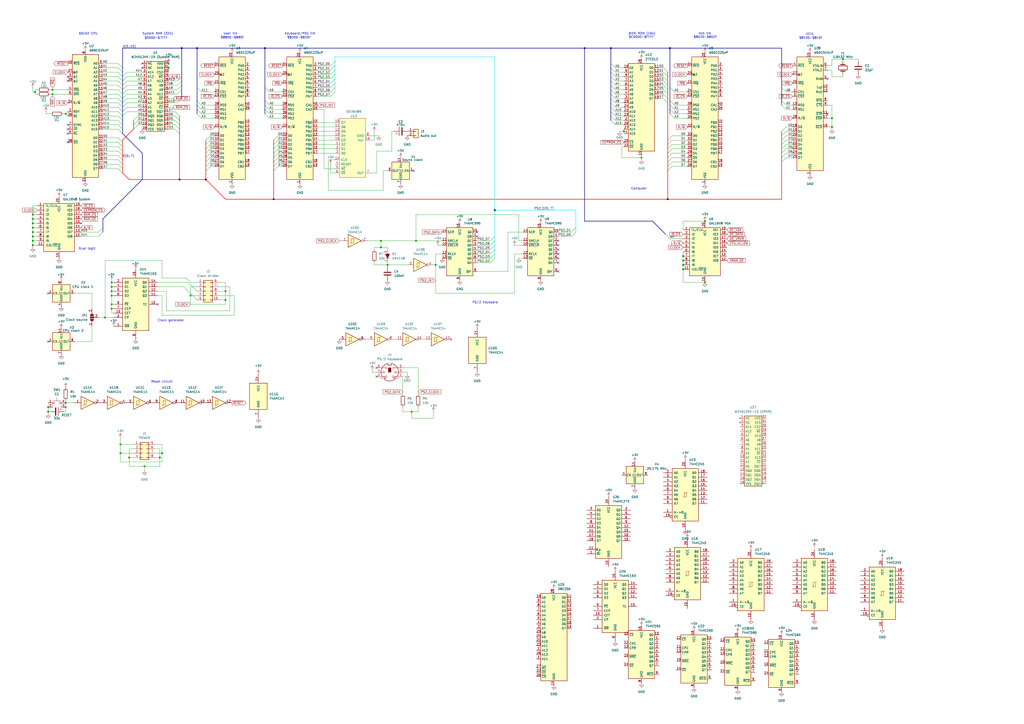
<source format=kicad_sch>
(kicad_sch (version 20231120) (generator "eeschema") (generator_version "8.0")
  (paper "A2")
  (bus_alias "A" (members "Address"))
  (junction (at 130.81 173.99))
  (junction (at 93.98 262.89))
  (junction (at 396.24 156.21))
  (junction (at 110.49 171.45))
  (junction (at 19.05 142.24))
  (junction (at 64.77 163.83))
  (junction (at 104.14 104.14))
  (junction (at 83.82 270.51))
  (junction (at 361.95 76.2))
  (junction (at 130.81 168.91))
  (junction (at 224.79 153.67))
  (junction (at 105.41 27.94))
  (junction (at 19.05 129.54))
  (junction (at 287.02 121.92))
  (junction (at 396.24 153.67))
  (junction (at 19.05 127))
  (junction (at 64.77 179.07))
  (junction (at 19.05 139.7))
  (junction (at 252.73 153.67))
  (junction (at 220.98 139.7))
  (junction (at 388.62 27.94))
  (junction (at 60.96 184.15))
  (junction (at 158.75 115.57))
  (junction (at 19.05 132.08))
  (junction (at 114.3 27.94))
  (junction (at 372.11 91.44))
  (junction (at 482.6 68.58))
  (junction (at 27.94 236.22))
  (junction (at 38.1 233.68))
  (junction (at 396.24 151.13))
  (junction (at 97.79 36.83))
  (junction (at 19.05 134.62))
  (junction (at 153.67 27.94))
  (junction (at 119.38 104.14))
  (junction (at 64.77 166.37))
  (junction (at 241.3 139.7))
  (junction (at 19.05 124.46))
  (junction (at 354.33 27.94))
  (junction (at 64.77 176.53))
  (junction (at 408.94 128.27))
  (junction (at 97.79 39.37))
  (junction (at 220.98 143.51))
  (junction (at 27.94 238.76))
  (junction (at 30.48 52.07))
  (junction (at 482.6 73.66))
  (junction (at 488.95 34.29))
  (junction (at 64.77 168.91))
  (junction (at 69.85 257.81))
  (junction (at 30.48 54.61))
  (junction (at 387.35 115.57))
  (junction (at 38.1 66.04))
  (junction (at 339.09 27.94))
  (junction (at 238.76 238.76))
  (junction (at 408.94 163.83))
  (junction (at 396.24 148.59))
  (junction (at 19.05 137.16))
  (junction (at 20.32 53.34))
  (junction (at 64.77 171.45))
  (junction (at 74.93 265.43))
  (junction (at 38.1 236.22))
  (junction (at 69.85 262.89))
  (junction (at 92.71 265.43))
  (no_connect (at 218.44 218.44))
  (no_connect (at 39.37 72.39))
  (no_connect (at 39.37 77.47))
  (no_connect (at 39.37 82.55))
  (no_connect (at 27.94 198.12))
  (no_connect (at 323.85 157.48))
  (no_connect (at 240.03 99.06))
  (no_connect (at 480.06 66.04))
  (no_connect (at 261.62 196.85))
  (no_connect (at 323.85 149.86))
  (no_connect (at 323.85 139.7))
  (no_connect (at 39.37 44.45))
  (no_connect (at 323.85 142.24))
  (no_connect (at 323.85 144.78))
  (no_connect (at 46.99 129.54))
  (no_connect (at 27.94 170.18))
  (no_connect (at 323.85 152.4))
  (no_connect (at 218.44 213.36))
  (no_connect (at 323.85 147.32))
  (no_connect (at 276.86 137.16))
  (no_connect (at 39.37 46.99))
  (no_connect (at 276.86 134.62))
  (no_connect (at 480.06 45.72))
  (no_connect (at 91.44 176.53))
  (no_connect (at 39.37 74.93))
  (bus_entry (at 77.47 69.85) (size 2.54 -2.54))
  (bus_entry (at 334.01 134.62) (size -2.54 2.54))
  (bus_entry (at 158.75 83.82) (size 2.54 -2.54))
  (bus_entry (at 71.12 46.99) (size 2.54 -2.54))
  (bus_entry (at 194.31 45.72) (size -2.54 2.54))
  (bus_entry (at 119.38 83.82) (size 2.54 -2.54))
  (bus_entry (at 71.12 54.61) (size 2.54 -2.54))
  (bus_entry (at 114.3 50.8) (size 2.54 2.54))
  (bus_entry (at 114.3 60.96) (size 2.54 2.54))
  (bus_entry (at 387.35 49.53) (size -2.54 -2.54))
  (bus_entry (at 119.38 86.36) (size 2.54 -2.54))
  (bus_entry (at 387.35 99.06) (size 2.54 -2.54))
  (bus_entry (at 59.69 132.08) (size -2.54 2.54))
  (bus_entry (at 71.12 39.37) (size -2.54 -2.54))
  (bus_entry (at 114.3 58.42) (size 2.54 2.54))
  (bus_entry (at 287.02 142.24) (size -2.54 2.54))
  (bus_entry (at 119.38 81.28) (size 2.54 -2.54))
  (bus_entry (at 71.12 77.47) (size -2.54 -2.54))
  (bus_entry (at 388.62 58.42) (size 2.54 2.54))
  (bus_entry (at 158.75 81.28) (size 2.54 -2.54))
  (bus_entry (at 71.12 72.39) (size -2.54 -2.54))
  (bus_entry (at 453.39 86.36) (size 2.54 -2.54))
  (bus_entry (at 71.12 44.45) (size 2.54 -2.54))
  (bus_entry (at 354.33 64.77) (size 2.54 2.54))
  (bus_entry (at 453.39 83.82) (size 2.54 -2.54))
  (bus_entry (at 387.35 54.61) (size -2.54 -2.54))
  (bus_entry (at 354.33 62.23) (size 2.54 2.54))
  (bus_entry (at 194.31 50.8) (size -2.54 2.54))
  (bus_entry (at 119.38 93.98) (size 2.54 -2.54))
  (bus_entry (at 71.12 41.91) (size -2.54 -2.54))
  (bus_entry (at 388.62 66.04) (size 2.54 2.54))
  (bus_entry (at 453.39 78.74) (size 2.54 -2.54))
  (bus_entry (at 71.12 62.23) (size -2.54 -2.54))
  (bus_entry (at 388.62 63.5) (size 2.54 2.54))
  (bus_entry (at 71.12 62.23) (size 2.54 -2.54))
  (bus_entry (at 388.62 50.8) (size 2.54 2.54))
  (bus_entry (at 354.33 57.15) (size 2.54 2.54))
  (bus_entry (at 71.12 59.69) (size -2.54 -2.54))
  (bus_entry (at 104.14 74.93) (size -2.54 -2.54))
  (bus_entry (at 71.12 64.77) (size -2.54 -2.54))
  (bus_entry (at 114.3 63.5) (size 2.54 2.54))
  (bus_entry (at 354.33 44.45) (size 2.54 2.54))
  (bus_entry (at 71.12 49.53) (size 2.54 -2.54))
  (bus_entry (at 153.67 58.42) (size 2.54 2.54))
  (bus_entry (at 354.33 36.83) (size 2.54 2.54))
  (bus_entry (at 194.31 38.1) (size -2.54 2.54))
  (bus_entry (at 354.33 46.99) (size 2.54 2.54))
  (bus_entry (at 287.02 137.16) (size -2.54 2.54))
  (bus_entry (at 71.12 85.09) (size -2.54 -2.54))
  (bus_entry (at 387.35 59.69) (size -2.54 -2.54))
  (bus_entry (at 71.12 87.63) (size -2.54 -2.54))
  (bus_entry (at 354.33 54.61) (size 2.54 2.54))
  (bus_entry (at 287.02 147.32) (size -2.54 2.54))
  (bus_entry (at 71.12 92.71) (size -2.54 -2.54))
  (bus_entry (at 453.39 81.28) (size 2.54 -2.54))
  (bus_entry (at 387.35 52.07) (size -2.54 -2.54))
  (bus_entry (at 386.08 135.89) (size 2.54 2.54))
  (bus_entry (at 158.75 99.06) (size 2.54 -2.54))
  (bus_entry (at 354.33 52.07) (size 2.54 2.54))
  (bus_entry (at 158.75 91.44) (size 2.54 -2.54))
  (bus_entry (at 119.38 99.06) (size 2.54 -2.54))
  (bus_entry (at 71.12 100.33) (size -2.54 -2.54))
  (bus_entry (at 119.38 96.52) (size 2.54 -2.54))
  (bus_entry (at 71.12 52.07) (size -2.54 -2.54))
  (bus_entry (at 158.75 93.98) (size 2.54 -2.54))
  (bus_entry (at 114.3 66.04) (size 2.54 2.54))
  (bus_entry (at 158.75 86.36) (size 2.54 -2.54))
  (bus_entry (at 71.12 49.53) (size -2.54 -2.54))
  (bus_entry (at 77.47 72.39) (size 2.54 -2.54))
  (bus_entry (at 153.67 63.5) (size 2.54 2.54))
  (bus_entry (at 387.35 57.15) (size -2.54 -2.54))
  (bus_entry (at 387.35 83.82) (size 2.54 -2.54))
  (bus_entry (at 387.35 91.44) (size 2.54 -2.54))
  (bus_entry (at 334.01 132.08) (size -2.54 2.54))
  (bus_entry (at 105.41 44.45) (size -2.54 2.54))
  (bus_entry (at 71.12 82.55) (size -2.54 -2.54))
  (bus_entry (at 387.35 88.9) (size 2.54 -2.54))
  (bus_entry (at 194.31 48.26) (size -2.54 2.54))
  (bus_entry (at 71.12 97.79) (size -2.54 -2.54))
  (bus_entry (at 153.67 60.96) (size 2.54 2.54))
  (bus_entry (at 453.39 58.42) (size 2.54 2.54))
  (bus_entry (at 153.67 66.04) (size 2.54 2.54))
  (bus_entry (at 453.39 76.2) (size 2.54 -2.54))
  (bus_entry (at 119.38 88.9) (size 2.54 -2.54))
  (bus_entry (at 194.31 35.56) (size -2.54 2.54))
  (bus_entry (at 354.33 49.53) (size 2.54 2.54))
  (bus_entry (at 287.02 149.86) (size -2.54 2.54))
  (bus_entry (at 71.12 57.15) (size -2.54 -2.54))
  (bus_entry (at 71.12 95.25) (size -2.54 -2.54))
  (bus_entry (at 194.31 43.18) (size -2.54 2.54))
  (bus_entry (at 71.12 59.69) (size 2.54 -2.54))
  (bus_entry (at 158.75 88.9) (size 2.54 -2.54))
  (bus_entry (at 387.35 93.98) (size 2.54 -2.54))
  (bus_entry (at 71.12 67.31) (size 2.54 -2.54))
  (bus_entry (at 104.14 72.39) (size -2.54 -2.54))
  (bus_entry (at 71.12 64.77) (size 2.54 -2.54))
  (bus_entry (at 453.39 93.98) (size 2.54 -2.54))
  (bus_entry (at 71.12 69.85) (size -2.54 -2.54))
  (bus_entry (at 453.39 50.8) (size 2.54 2.54))
  (bus_entry (at 104.14 69.85) (size -2.54 -2.54))
  (bus_entry (at 71.12 57.15) (size 2.54 -2.54))
  (bus_entry (at 105.41 52.07) (size -2.54 2.54))
  (bus_entry (at 354.33 39.37) (size 2.54 2.54))
  (bus_entry (at 287.02 139.7) (size -2.54 2.54))
  (bus_entry (at 354.33 69.85) (size 2.54 2.54))
  (bus_entry (at 153.67 50.8) (size 2.54 2.54))
  (bus_entry (at 158.75 96.52) (size 2.54 -2.54))
  (bus_entry (at 71.12 74.93) (size -2.54 -2.54))
  (bus_entry (at 453.39 91.44) (size 2.54 -2.54))
  (bus_entry (at 453.39 60.96) (size 2.54 2.54))
  (bus_entry (at 387.35 46.99) (size -2.54 -2.54))
  (bus_entry (at 71.12 46.99) (size -2.54 -2.54))
  (bus_entry (at 194.31 53.34) (size -2.54 2.54))
  (bus_entry (at 354.33 41.91) (size 2.54 2.54))
  (bus_entry (at 59.69 134.62) (size -2.54 2.54))
  (bus_entry (at 104.14 77.47) (size -2.54 -2.54))
  (bus_entry (at 105.41 57.15) (size -2.54 2.54))
  (bus_entry (at 104.14 67.31) (size -2.54 -2.54))
  (bus_entry (at 105.41 46.99) (size -2.54 2.54))
  (bus_entry (at 354.33 67.31) (size 2.54 2.54))
  (bus_entry (at 387.35 96.52) (size 2.54 -2.54))
  (bus_entry (at 105.41 49.53) (size -2.54 2.54))
  (bus_entry (at 287.02 144.78) (size -2.54 2.54))
  (bus_entry (at 71.12 54.61) (size -2.54 -2.54))
  (bus_entry (at 77.47 74.93) (size 2.54 -2.54))
  (bus_entry (at 194.31 40.64) (size -2.54 2.54))
  (bus_entry (at 453.39 88.9) (size 2.54 -2.54))
  (bus_entry (at 71.12 44.45) (size -2.54 -2.54))
  (bus_entry (at 71.12 67.31) (size -2.54 -2.54))
  (bus_entry (at 387.35 86.36) (size 2.54 -2.54))
  (bus_entry (at 119.38 91.44) (size 2.54 -2.54))
  (bus_entry (at 387.35 44.45) (size -2.54 -2.54))
  (bus_entry (at 387.35 41.91) (size -2.54 -2.54))
  (bus_entry (at 388.62 60.96) (size 2.54 2.54))
  (bus_entry (at 387.35 81.28) (size 2.54 -2.54))
  (bus_entry (at 71.12 52.07) (size 2.54 -2.54))
  (bus_entry (at 354.33 59.69) (size 2.54 2.54))
  (bus_entry (at 71.12 90.17) (size -2.54 -2.54))
  (wire (pts (xy 356.87 39.37) (xy 361.95 39.37)))
  (wire (pts (xy 361.95 76.2) (xy 361.95 77.47)))
  (wire (pts (xy 356.87 57.15) (xy 361.95 57.15)))
  (wire (pts (xy 90.17 265.43) (xy 92.71 265.43)))
  (wire (pts (xy 64.77 171.45) (xy 64.77 176.53)))
  (wire (pts (xy 127 171.45) (xy 135.89 171.45)))
  (bus (pts (xy 158.75 81.28) (xy 158.75 83.82)) (stroke (width 0) (color 255 0 4 1)))
  (wire (pts (xy 482.6 44.45) (xy 488.95 44.45)))
  (wire (pts (xy 19.05 129.54) (xy 19.05 132.08)))
  (wire (pts (xy 64.77 179.07) (xy 66.04 179.07)))
  (wire (pts (xy 83.82 270.51) (xy 92.71 270.51)))
  (wire (pts (xy 59.69 64.77) (xy 68.58 64.77)))
  (wire (pts (xy 161.29 96.52) (xy 163.83 96.52)))
  (bus (pts (xy 105.41 27.94) (xy 105.41 44.45)))
  (bus (pts (xy 453.39 27.94) (xy 453.39 50.8)))
  (wire (pts (xy 396.24 153.67) (xy 396.24 156.21)))
  (wire (pts (xy 90.17 260.35) (xy 92.71 260.35)))
  (wire (pts (xy 20.32 54.61) (xy 21.59 54.61)))
  (wire (pts (xy 356.87 62.23) (xy 361.95 62.23)))
  (wire (pts (xy 214.63 81.28) (xy 217.17 81.28)))
  (wire (pts (xy 39.37 67.31) (xy 38.1 66.04)))
  (wire (pts (xy 121.92 78.74) (xy 124.46 78.74)))
  (wire (pts (xy 106.68 166.37) (xy 114.3 173.99)))
  (wire (pts (xy 224.79 143.51) (xy 224.79 144.78)))
  (bus (pts (xy 194.31 43.18) (xy 194.31 45.72)) (stroke (width 0) (color 53 238 255 1)))
  (wire (pts (xy 480.06 40.64) (xy 482.6 40.64)))
  (wire (pts (xy 80.01 69.85) (xy 82.55 69.85)))
  (wire (pts (xy 156.21 60.96) (xy 163.83 60.96)))
  (bus (pts (xy 114.3 27.94) (xy 153.67 27.94)))
  (wire (pts (xy 276.86 142.24) (xy 284.48 142.24)))
  (bus (pts (xy 388.62 60.96) (xy 388.62 63.5)))
  (wire (pts (xy 184.15 83.82) (xy 194.31 83.82)))
  (bus (pts (xy 71.12 72.39) (xy 71.12 74.93)))
  (wire (pts (xy 360.68 85.09) (xy 360.68 91.44)))
  (wire (pts (xy 64.77 176.53) (xy 66.04 176.53)))
  (wire (pts (xy 69.85 257.81) (xy 69.85 262.89)))
  (wire (pts (xy 91.44 171.45) (xy 93.98 171.45)))
  (bus (pts (xy 287.02 142.24) (xy 287.02 144.78)) (stroke (width 0) (color 53 238 255 1)))
  (wire (pts (xy 97.79 72.39) (xy 101.6 72.39)))
  (bus (pts (xy 387.35 49.53) (xy 387.35 52.07)) (stroke (width 0) (color 255 0 4 1)))
  (wire (pts (xy 73.66 49.53) (xy 82.55 49.53)))
  (wire (pts (xy 90.17 257.81) (xy 93.98 257.81)))
  (wire (pts (xy 19.05 53.34) (xy 20.32 53.34)))
  (bus (pts (xy 287.02 121.92) (xy 287.02 137.16)) (stroke (width 0) (color 53 238 255 1)))
  (wire (pts (xy 212.09 196.85) (xy 213.36 196.85)))
  (wire (pts (xy 19.05 139.7) (xy 19.05 142.24)))
  (bus (pts (xy 114.3 63.5) (xy 114.3 66.04)))
  (wire (pts (xy 220.98 139.7) (xy 241.3 139.7)))
  (wire (pts (xy 382.27 39.37) (xy 384.81 39.37)))
  (bus (pts (xy 71.12 90.17) (xy 71.12 92.71)) (stroke (width 0) (color 255 0 4 1)))
  (wire (pts (xy 184.15 50.8) (xy 191.77 50.8)))
  (wire (pts (xy 382.27 49.53) (xy 384.81 49.53)))
  (wire (pts (xy 116.84 53.34) (xy 124.46 53.34)))
  (wire (pts (xy 116.84 66.04) (xy 124.46 66.04)))
  (wire (pts (xy 323.85 134.62) (xy 331.47 134.62)))
  (wire (pts (xy 215.9 214.63) (xy 215.9 215.9)))
  (wire (pts (xy 97.79 64.77) (xy 101.6 64.77)))
  (wire (pts (xy 90.17 262.89) (xy 93.98 262.89)))
  (wire (pts (xy 69.85 262.89) (xy 69.85 267.97)))
  (bus (pts (xy 119.38 99.06) (xy 119.38 104.14)) (stroke (width 0) (color 255 0 4 1)))
  (wire (pts (xy 455.93 76.2) (xy 459.74 76.2)))
  (bus (pts (xy 105.41 27.94) (xy 114.3 27.94)))
  (bus (pts (xy 387.35 86.36) (xy 387.35 88.9)) (stroke (width 0) (color 255 0 4 1)))
  (wire (pts (xy 30.48 52.07) (xy 39.37 52.07)))
  (wire (pts (xy 356.87 54.61) (xy 361.95 54.61)))
  (wire (pts (xy 388.62 138.43) (xy 396.24 138.43)))
  (wire (pts (xy 91.44 163.83) (xy 109.22 163.83)))
  (wire (pts (xy 482.6 68.58) (xy 482.6 73.66)))
  (bus (pts (xy 114.3 58.42) (xy 114.3 60.96)))
  (bus (pts (xy 354.33 54.61) (xy 354.33 57.15)))
  (wire (pts (xy 300.99 124.46) (xy 300.99 139.7)))
  (wire (pts (xy 19.05 139.7) (xy 21.59 139.7)))
  (wire (pts (xy 127 163.83) (xy 130.81 163.83)))
  (wire (pts (xy 276.86 149.86) (xy 284.48 149.86)))
  (bus (pts (xy 71.12 49.53) (xy 71.12 52.07)))
  (wire (pts (xy 59.69 62.23) (xy 68.58 62.23)))
  (bus (pts (xy 104.14 74.93) (xy 104.14 77.47)) (stroke (width 0) (color 255 0 4 1)))
  (wire (pts (xy 27.94 238.76) (xy 27.94 236.22)))
  (bus (pts (xy 387.35 57.15) (xy 387.35 59.69)) (stroke (width 0) (color 255 0 4 1)))
  (bus (pts (xy 119.38 86.36) (xy 119.38 88.9)) (stroke (width 0) (color 255 0 4 1)))
  (bus (pts (xy 354.33 46.99) (xy 354.33 49.53)))
  (bus (pts (xy 71.12 77.47) (xy 82.55 88.9)))
  (wire (pts (xy 64.77 168.91) (xy 66.04 168.91)))
  (wire (pts (xy 97.79 59.69) (xy 102.87 59.69)))
  (wire (pts (xy 356.87 44.45) (xy 361.95 44.45)))
  (wire (pts (xy 396.24 146.05) (xy 396.24 148.59)))
  (wire (pts (xy 19.05 143.51) (xy 19.05 142.24)))
  (bus (pts (xy 71.12 82.55) (xy 71.12 81.28)) (stroke (width 0) (color 255 0 4 1)))
  (wire (pts (xy 228.6 196.85) (xy 229.87 196.85)))
  (wire (pts (xy 19.05 127) (xy 19.05 129.54)))
  (bus (pts (xy 388.62 27.94) (xy 388.62 50.8)))
  (wire (pts (xy 30.48 50.8) (xy 30.48 52.07)))
  (bus (pts (xy 158.75 93.98) (xy 158.75 96.52)) (stroke (width 0) (color 255 0 4 1)))
  (wire (pts (xy 482.6 34.29) (xy 488.95 34.29)))
  (wire (pts (xy 391.16 68.58) (xy 398.78 68.58)))
  (bus (pts (xy 453.39 81.28) (xy 453.39 83.82)) (stroke (width 0) (color 255 0 4 1)))
  (wire (pts (xy 26.67 64.77) (xy 26.67 66.04)))
  (wire (pts (xy 161.29 93.98) (xy 163.83 93.98)))
  (wire (pts (xy 116.84 68.58) (xy 124.46 68.58)))
  (bus (pts (xy 71.12 82.55) (xy 71.12 85.09)) (stroke (width 0) (color 255 0 4 1)))
  (wire (pts (xy 233.68 238.76) (xy 238.76 238.76)))
  (wire (pts (xy 100.33 62.23) (xy 97.79 62.23)))
  (wire (pts (xy 19.05 142.24) (xy 21.59 142.24)))
  (wire (pts (xy 254 142.24) (xy 256.54 142.24)))
  (bus (pts (xy 339.09 27.94) (xy 339.09 128.27)))
  (bus (pts (xy 71.12 81.28) (xy 77.47 74.93)) (stroke (width 0) (color 255 0 4 1)))
  (wire (pts (xy 360.68 85.09) (xy 361.95 85.09)))
  (wire (pts (xy 252.73 147.32) (xy 252.73 153.67)))
  (bus (pts (xy 387.35 81.28) (xy 387.35 83.82)) (stroke (width 0) (color 255 0 4 1)))
  (wire (pts (xy 64.77 163.83) (xy 64.77 166.37)))
  (bus (pts (xy 158.75 91.44) (xy 158.75 93.98)) (stroke (width 0) (color 255 0 4 1)))
  (wire (pts (xy 19.05 127) (xy 21.59 127)))
  (wire (pts (xy 19.05 134.62) (xy 19.05 137.16)))
  (wire (pts (xy 29.21 52.07) (xy 30.48 52.07)))
  (wire (pts (xy 74.93 265.43) (xy 77.47 265.43)))
  (wire (pts (xy 233.68 236.22) (xy 233.68 238.76)))
  (wire (pts (xy 391.16 66.04) (xy 398.78 66.04)))
  (wire (pts (xy 252.73 170.18) (xy 298.45 170.18)))
  (wire (pts (xy 455.93 73.66) (xy 459.74 73.66)))
  (wire (pts (xy 389.89 78.74) (xy 398.78 78.74)))
  (bus (pts (xy 453.39 88.9) (xy 453.39 91.44)) (stroke (width 0) (color 255 0 4 1)))
  (wire (pts (xy 233.68 218.44) (xy 233.68 228.6)))
  (wire (pts (xy 59.69 80.01) (xy 68.58 80.01)))
  (wire (pts (xy 389.89 81.28) (xy 398.78 81.28)))
  (wire (pts (xy 59.69 74.93) (xy 68.58 74.93)))
  (bus (pts (xy 354.33 64.77) (xy 354.33 67.31)))
  (wire (pts (xy 252.73 147.32) (xy 256.54 147.32)))
  (wire (pts (xy 356.87 46.99) (xy 361.95 46.99)))
  (wire (pts (xy 59.69 59.69) (xy 68.58 59.69)))
  (wire (pts (xy 69.85 267.97) (xy 93.98 267.97)))
  (wire (pts (xy 97.79 36.83) (xy 97.79 39.37)))
  (bus (pts (xy 287.02 137.16) (xy 287.02 139.7)) (stroke (width 0) (color 53 238 255 1)))
  (wire (pts (xy 217.17 143.51) (xy 217.17 144.78)))
  (wire (pts (xy 294.64 134.62) (xy 294.64 157.48)))
  (bus (pts (xy 105.41 52.07) (xy 105.41 57.15)))
  (bus (pts (xy 354.33 52.07) (xy 354.33 54.61)))
  (wire (pts (xy 389.89 83.82) (xy 398.78 83.82)))
  (wire (pts (xy 482.6 40.64) (xy 482.6 44.45)))
  (bus (pts (xy 334.01 121.92) (xy 334.01 132.08)) (stroke (width 0) (color 53 238 255 1)))
  (wire (pts (xy 156.21 68.58) (xy 163.83 68.58)))
  (wire (pts (xy 382.27 41.91) (xy 384.81 41.91)))
  (wire (pts (xy 60.96 184.15) (xy 66.04 184.15)))
  (wire (pts (xy 161.29 88.9) (xy 163.83 88.9)))
  (wire (pts (xy 294.64 134.62) (xy 303.53 134.62)))
  (wire (pts (xy 184.15 73.66) (xy 194.31 73.66)))
  (wire (pts (xy 64.77 162.56) (xy 64.77 163.83)))
  (wire (pts (xy 43.18 233.68) (xy 38.1 233.68)))
  (wire (pts (xy 109.22 163.83) (xy 114.3 168.91)))
  (wire (pts (xy 238.76 238.76) (xy 238.76 242.57)))
  (wire (pts (xy 26.67 66.04) (xy 29.21 66.04)))
  (bus (pts (xy 387.35 83.82) (xy 387.35 86.36)) (stroke (width 0) (color 255 0 4 1)))
  (wire (pts (xy 69.85 262.89) (xy 77.47 262.89)))
  (bus (pts (xy 387.35 41.91) (xy 387.35 44.45)) (stroke (width 0) (color 255 0 4 1)))
  (bus (pts (xy 71.12 41.91) (xy 71.12 39.37)))
  (bus (pts (xy 158.75 86.36) (xy 158.75 88.9)) (stroke (width 0) (color 255 0 4 1)))
  (wire (pts (xy 300.99 139.7) (xy 303.53 139.7)))
  (wire (pts (xy 74.93 265.43) (xy 74.93 270.51)))
  (wire (pts (xy 161.29 86.36) (xy 163.83 86.36)))
  (wire (pts (xy 184.15 63.5) (xy 187.96 63.5)))
  (wire (pts (xy 190.5 92.71) (xy 194.31 92.71)))
  (wire (pts (xy 360.68 91.44) (xy 372.11 91.44)))
  (wire (pts (xy 455.93 86.36) (xy 459.74 86.36)))
  (wire (pts (xy 298.45 142.24) (xy 303.53 142.24)))
  (wire (pts (xy 93.98 161.29) (xy 107.95 161.29)))
  (wire (pts (xy 215.9 215.9) (xy 218.44 215.9)))
  (bus (pts (xy 105.41 46.99) (xy 105.41 49.53)))
  (bus (pts (xy 153.67 63.5) (xy 153.67 66.04)))
  (wire (pts (xy 236.22 217.17) (xy 236.22 215.9)))
  (wire (pts (xy 121.92 88.9) (xy 124.46 88.9)))
  (bus (pts (xy 104.14 72.39) (xy 104.14 74.93)) (stroke (width 0) (color 255 0 4 1)))
  (wire (pts (xy 361.95 74.93) (xy 361.95 76.2)))
  (wire (pts (xy 217.17 76.2) (xy 217.17 81.28)))
  (wire (pts (xy 73.66 52.07) (xy 82.55 52.07)))
  (wire (pts (xy 59.69 49.53) (xy 68.58 49.53)))
  (wire (pts (xy 242.57 213.36) (xy 242.57 228.6)))
  (wire (pts (xy 59.69 39.37) (xy 68.58 39.37)))
  (bus (pts (xy 130.81 115.57) (xy 119.38 104.14)) (stroke (width 0) (color 255 0 4 1)))
  (wire (pts (xy 92.71 265.43) (xy 92.71 270.51)))
  (wire (pts (xy 19.05 119.38) (xy 21.59 119.38)))
  (bus (pts (xy 71.12 52.07) (xy 71.12 54.61)))
  (bus (pts (xy 105.41 44.45) (xy 105.41 46.99)))
  (bus (pts (xy 387.35 93.98) (xy 387.35 96.52)) (stroke (width 0) (color 255 0 4 1)))
  (wire (pts (xy 121.92 81.28) (xy 124.46 81.28)))
  (bus (pts (xy 387.35 54.61) (xy 387.35 57.15)) (stroke (width 0) (color 255 0 4 1)))
  (wire (pts (xy 97.79 46.99) (xy 102.87 46.99)))
  (wire (pts (xy 96.52 180.34) (xy 133.35 180.34)))
  (bus (pts (xy 453.39 83.82) (xy 453.39 86.36)) (stroke (width 0) (color 255 0 4 1)))
  (wire (pts (xy 356.87 72.39) (xy 361.95 72.39)))
  (wire (pts (xy 227.33 76.2) (xy 228.6 76.2)))
  (bus (pts (xy 71.12 27.94) (xy 105.41 27.94)))
  (wire (pts (xy 191.77 100.33) (xy 194.31 100.33)))
  (wire (pts (xy 156.21 63.5) (xy 163.83 63.5)))
  (bus (pts (xy 388.62 58.42) (xy 388.62 60.96)))
  (wire (pts (xy 184.15 78.74) (xy 194.31 78.74)))
  (bus (pts (xy 453.39 50.8) (xy 453.39 58.42)))
  (bus (pts (xy 387.35 46.99) (xy 387.35 49.53)) (stroke (width 0) (color 255 0 4 1)))
  (wire (pts (xy 59.69 87.63) (xy 68.58 87.63)))
  (wire (pts (xy 455.93 60.96) (xy 459.74 60.96)))
  (wire (pts (xy 59.69 72.39) (xy 68.58 72.39)))
  (wire (pts (xy 187.96 63.5) (xy 187.96 97.79)))
  (bus (pts (xy 387.35 44.45) (xy 387.35 46.99)) (stroke (width 0) (color 255 0 4 1)))
  (wire (pts (xy 497.84 34.29) (xy 497.84 35.56)))
  (wire (pts (xy 121.92 86.36) (xy 124.46 86.36)))
  (wire (pts (xy 38.1 66.04) (xy 39.37 64.77)))
  (bus (pts (xy 71.12 57.15) (xy 71.12 59.69)))
  (wire (pts (xy 59.69 46.99) (xy 68.58 46.99)))
  (wire (pts (xy 217.17 153.67) (xy 224.79 153.67)))
  (wire (pts (xy 356.87 64.77) (xy 361.95 64.77)))
  (wire (pts (xy 217.17 152.4) (xy 217.17 153.67)))
  (bus (pts (xy 387.35 96.52) (xy 387.35 99.06)) (stroke (width 0) (color 255 0 4 1)))
  (wire (pts (xy 396.24 128.27) (xy 396.24 133.35)))
  (wire (pts (xy 161.29 78.74) (xy 163.83 78.74)))
  (bus (pts (xy 194.31 45.72) (xy 194.31 48.26)) (stroke (width 0) (color 53 238 255 1)))
  (bus (pts (xy 114.3 60.96) (xy 114.3 63.5)))
  (bus (pts (xy 194.31 40.64) (xy 194.31 43.18)) (stroke (width 0) (color 53 238 255 1)))
  (wire (pts (xy 38.1 238.76) (xy 38.1 236.22)))
  (wire (pts (xy 455.93 53.34) (xy 459.74 53.34)))
  (wire (pts (xy 482.6 74.93) (xy 482.6 73.66)))
  (wire (pts (xy 80.01 67.31) (xy 82.55 67.31)))
  (wire (pts (xy 190.5 110.49) (xy 222.25 110.49)))
  (bus (pts (xy 104.14 104.14) (xy 119.38 104.14)) (stroke (width 0) (color 255 0 4 1)))
  (bus (pts (xy 71.12 69.85) (xy 71.12 72.39)))
  (bus (pts (xy 287.02 144.78) (xy 287.02 147.32)) (stroke (width 0) (color 53 238 255 1)))
  (wire (pts (xy 224.79 153.67) (xy 224.79 154.94)))
  (wire (pts (xy 276.86 152.4) (xy 284.48 152.4)))
  (wire (pts (xy 396.24 151.13) (xy 396.24 153.67)))
  (bus (pts (xy 119.38 93.98) (xy 119.38 96.52)) (stroke (width 0) (color 255 0 4 1)))
  (wire (pts (xy 53.34 189.23) (xy 53.34 198.12)))
  (wire (pts (xy 19.05 134.62) (xy 21.59 134.62)))
  (bus (pts (xy 71.12 44.45) (xy 71.12 41.91)))
  (bus (pts (xy 105.41 49.53) (xy 105.41 52.07)))
  (wire (pts (xy 19.05 50.8) (xy 19.05 53.34)))
  (wire (pts (xy 396.24 148.59) (xy 396.24 151.13)))
  (wire (pts (xy 59.69 36.83) (xy 68.58 36.83)))
  (bus (pts (xy 453.39 78.74) (xy 453.39 81.28)) (stroke (width 0) (color 255 0 4 1)))
  (wire (pts (xy 19.05 124.46) (xy 19.05 127)))
  (wire (pts (xy 19.05 124.46) (xy 21.59 124.46)))
  (wire (pts (xy 19.05 137.16) (xy 21.59 137.16)))
  (wire (pts (xy 455.93 91.44) (xy 459.74 91.44)))
  (wire (pts (xy 93.98 182.88) (xy 135.89 182.88)))
  (bus (pts (xy 354.33 41.91) (xy 354.33 44.45)))
  (wire (pts (xy 93.98 257.81) (xy 93.98 262.89)))
  (wire (pts (xy 69.85 257.81) (xy 77.47 257.81)))
  (bus (pts (xy 354.33 57.15) (xy 354.33 59.69)))
  (wire (pts (xy 482.6 34.29) (xy 482.6 38.1)))
  (wire (pts (xy 391.16 60.96) (xy 398.78 60.96)))
  (wire (pts (xy 276.86 139.7) (xy 284.48 139.7)))
  (wire (pts (xy 121.92 83.82) (xy 124.46 83.82)))
  (wire (pts (xy 36.83 66.04) (xy 38.1 66.04)))
  (bus (pts (xy 287.02 139.7) (xy 287.02 142.24)) (stroke (width 0) (color 53 238 255 1)))
  (wire (pts (xy 19.05 132.08) (xy 19.05 134.62)))
  (bus (pts (xy 71.12 97.79) (xy 71.12 100.33)) (stroke (width 0) (color 255 0 4 1)))
  (wire (pts (xy 97.79 52.07) (xy 102.87 52.07)))
  (bus (pts (xy 194.31 48.26) (xy 194.31 50.8)) (stroke (width 0) (color 53 238 255 1)))
  (wire (pts (xy 91.44 168.91) (xy 96.52 168.91)))
  (bus (pts (xy 354.33 49.53) (xy 354.33 52.07)))
  (wire (pts (xy 80.01 72.39) (xy 82.55 72.39)))
  (wire (pts (xy 161.29 81.28) (xy 163.83 81.28)))
  (wire (pts (xy 222.25 99.06) (xy 224.79 99.06)))
  (wire (pts (xy 389.89 93.98) (xy 398.78 93.98)))
  (bus (pts (xy 153.67 50.8) (xy 153.67 58.42)))
  (wire (pts (xy 356.87 49.53) (xy 361.95 49.53)))
  (wire (pts (xy 110.49 166.37) (xy 110.49 171.45)))
  (wire (pts (xy 127 168.91) (xy 130.81 168.91)))
  (wire (pts (xy 110.49 163.83) (xy 114.3 163.83)))
  (bus (pts (xy 387.35 91.44) (xy 387.35 93.98)) (stroke (width 0) (color 255 0 4 1)))
  (wire (pts (xy 96.52 168.91) (xy 96.52 180.34)))
  (wire (pts (xy 38.1 232.41) (xy 38.1 233.68)))
  (wire (pts (xy 184.15 40.64) (xy 191.77 40.64)))
  (bus (pts (xy 453.39 91.44) (xy 453.39 93.98)) (stroke (width 0) (color 255 0 4 1)))
  (wire (pts (xy 214.63 100.33) (xy 218.44 100.33)))
  (wire (pts (xy 74.93 260.35) (xy 74.93 265.43)))
  (wire (pts (xy 252.73 153.67) (xy 252.73 170.18)))
  (wire (pts (xy 184.15 38.1) (xy 191.77 38.1)))
  (wire (pts (xy 97.79 67.31) (xy 101.6 67.31)))
  (wire (pts (xy 455.93 63.5) (xy 459.74 63.5)))
  (bus (pts (xy 71.12 100.33) (xy 74.93 104.14)) (stroke (width 0) (color 255 0 4 1)))
  (bus (pts (xy 387.35 115.57) (xy 453.39 115.57)) (stroke (width 0) (color 255 0 4 1)))
  (wire (pts (xy 356.87 67.31) (xy 361.95 67.31)))
  (wire (pts (xy 59.69 82.55) (xy 68.58 82.55)))
  (bus (pts (xy 453.39 76.2) (xy 453.39 78.74)) (stroke (width 0) (color 255 0 4 1)))
  (wire (pts (xy 191.77 95.25) (xy 191.77 100.33)))
  (bus (pts (xy 71.12 46.99) (xy 71.12 49.53)))
  (wire (pts (xy 130.81 173.99) (xy 130.81 176.53)))
  (bus (pts (xy 130.81 115.57) (xy 158.75 115.57)) (stroke (width 0) (color 255 0 4 1)))
  (wire (pts (xy 156.21 53.34) (xy 163.83 53.34)))
  (wire (pts (xy 298.45 147.32) (xy 303.53 147.32)))
  (wire (pts (xy 236.22 153.67) (xy 224.79 153.67)))
  (wire (pts (xy 220.98 139.7) (xy 220.98 143.51)))
  (wire (pts (xy 356.87 52.07) (xy 361.95 52.07)))
  (bus (pts (xy 153.67 27.94) (xy 153.67 50.8)))
  (wire (pts (xy 59.69 85.09) (xy 68.58 85.09)))
  (bus (pts (xy 388.62 63.5) (xy 388.62 66.04)))
  (wire (pts (xy 59.69 54.61) (xy 68.58 54.61)))
  (wire (pts (xy 20.32 53.34) (xy 20.32 54.61)))
  (wire (pts (xy 251.46 153.67) (xy 252.73 153.67)))
  (wire (pts (xy 241.3 124.46) (xy 300.99 124.46)))
  (bus (pts (xy 354.33 39.37) (xy 354.33 41.91)))
  (wire (pts (xy 184.15 45.72) (xy 191.77 45.72)))
  (bus (pts (xy 71.12 74.93) (xy 71.12 77.47)))
  (wire (pts (xy 59.69 90.17) (xy 68.58 90.17)))
  (wire (pts (xy 382.27 46.99) (xy 384.81 46.99)))
  (wire (pts (xy 59.69 69.85) (xy 68.58 69.85)))
  (wire (pts (xy 64.77 166.37) (xy 66.04 166.37)))
  (bus (pts (xy 153.67 60.96) (xy 153.67 63.5)))
  (wire (pts (xy 116.84 63.5) (xy 124.46 63.5)))
  (bus (pts (xy 71.12 95.25) (xy 71.12 97.79)) (stroke (width 0) (color 255 0 4 1)))
  (wire (pts (xy 30.48 54.61) (xy 39.37 54.61)))
  (wire (pts (xy 64.77 176.53) (xy 64.77 179.07)))
  (wire (pts (xy 372.11 92.71) (xy 372.11 91.44)))
  (wire (pts (xy 74.93 270.51) (xy 83.82 270.51)))
  (bus (pts (xy 71.12 59.69) (xy 71.12 62.23)))
  (wire (pts (xy 184.15 88.9) (xy 194.31 88.9)))
  (wire (pts (xy 241.3 124.46) (xy 241.3 139.7)))
  (wire (pts (xy 184.15 43.18) (xy 191.77 43.18)))
  (wire (pts (xy 27.94 238.76) (xy 29.21 238.76)))
  (wire (pts (xy 64.77 181.61) (xy 66.04 181.61)))
  (wire (pts (xy 43.18 198.12) (xy 53.34 198.12)))
  (wire (pts (xy 100.33 57.15) (xy 97.79 57.15)))
  (bus (pts (xy 71.12 67.31) (xy 71.12 69.85)))
  (bus (pts (xy 119.38 83.82) (xy 119.38 86.36)) (stroke (width 0) (color 255 0 4 1)))
  (wire (pts (xy 488.95 34.29) (xy 497.84 34.29)))
  (wire (pts (xy 222.25 99.06) (xy 222.25 110.49)))
  (wire (pts (xy 480.06 68.58) (xy 482.6 68.58)))
  (wire (pts (xy 59.69 97.79) (xy 68.58 97.79)))
  (bus (pts (xy 354.33 59.69) (xy 354.33 62.23)))
  (wire (pts (xy 184.15 86.36) (xy 194.31 86.36)))
  (wire (pts (xy 59.69 57.15) (xy 68.58 57.15)))
  (wire (pts (xy 64.77 163.83) (xy 66.04 163.83)))
  (wire (pts (xy 161.29 91.44) (xy 163.83 91.44)))
  (wire (pts (xy 73.66 54.61) (xy 82.55 54.61)))
  (wire (pts (xy 74.93 260.35) (xy 77.47 260.35)))
  (wire (pts (xy 107.95 161.29) (xy 110.49 163.83)))
  (bus (pts (xy 354.33 27.94) (xy 354.33 36.83)))
  (wire (pts (xy 73.66 46.99) (xy 82.55 46.99)))
  (wire (pts (xy 213.36 139.7) (xy 220.98 139.7)))
  (wire (pts (xy 241.3 139.7) (xy 256.54 139.7)))
  (wire (pts (xy 60.96 151.13) (xy 60.96 184.15)))
  (wire (pts (xy 97.79 39.37) (xy 97.79 41.91)))
  (wire (pts (xy 73.66 62.23) (xy 82.55 62.23)))
  (wire (pts (xy 43.18 170.18) (xy 53.34 170.18)))
  (bus (pts (xy 71.12 92.71) (xy 71.12 95.25)) (stroke (width 0) (color 255 0 4 1)))
  (wire (pts (xy 127 166.37) (xy 133.35 166.37)))
  (wire (pts (xy 480.06 73.66) (xy 482.6 73.66)))
  (wire (pts (xy 19.05 129.54) (xy 21.59 129.54)))
  (wire (pts (xy 488.95 34.29) (xy 488.95 35.56)))
  (wire (pts (xy 38.1 236.22) (xy 38.1 233.68)))
  (wire (pts (xy 382.27 54.61) (xy 384.81 54.61)))
  (wire (pts (xy 276.86 157.48) (xy 294.64 157.48)))
  (wire (pts (xy 19.05 119.38) (xy 19.05 124.46)))
  (bus (pts (xy 194.31 50.8) (xy 194.31 53.34)) (stroke (width 0) (color 53 238 255 1)))
  (wire (pts (xy 57.15 184.15) (xy 60.96 184.15)))
  (bus (pts (xy 71.12 62.23) (xy 71.12 64.77)))
  (wire (pts (xy 184.15 53.34) (xy 191.77 53.34)))
  (wire (pts (xy 83.82 270.51) (xy 83.82 273.05)))
  (bus (pts (xy 74.93 104.14) (xy 104.14 104.14)) (stroke (width 0) (color 255 0 4 1)))
  (bus (pts (xy 59.69 132.08) (xy 59.69 134.62)))
  (wire (pts (xy 59.69 52.07) (xy 68.58 52.07)))
  (wire (pts (xy 59.69 44.45) (xy 68.58 44.45)))
  (wire (pts (xy 97.79 49.53) (xy 102.87 49.53)))
  (bus (pts (xy 158.75 88.9) (xy 158.75 91.44)) (stroke (width 0) (color 255 0 4 1)))
  (wire (pts (xy 73.66 64.77) (xy 82.55 64.77)))
  (wire (pts (xy 276.86 147.32) (xy 284.48 147.32)))
  (bus (pts (xy 387.35 99.06) (xy 387.35 115.57)) (stroke (width 0) (color 255 0 4 1)))
  (bus (pts (xy 158.75 96.52) (xy 158.75 99.06)) (stroke (width 0) (color 255 0 4 1)))
  (wire (pts (xy 46.99 137.16) (xy 57.15 137.16)))
  (wire (pts (xy 245.11 196.85) (xy 246.38 196.85)))
  (wire (pts (xy 220.98 143.51) (xy 224.79 143.51)))
  (wire (pts (xy 20.32 52.07) (xy 21.59 52.07)))
  (wire (pts (xy 356.87 41.91) (xy 361.95 41.91)))
  (wire (pts (xy 236.22 215.9) (xy 233.68 215.9)))
  (wire (pts (xy 91.44 166.37) (xy 106.68 166.37)))
  (wire (pts (xy 323.85 137.16) (xy 331.47 137.16)))
  (wire (pts (xy 133.35 166.37) (xy 133.35 180.34)))
  (wire (pts (xy 27.94 240.03) (xy 27.94 238.76)))
  (wire (pts (xy 455.93 83.82) (xy 459.74 83.82)))
  (wire (pts (xy 391.16 63.5) (xy 398.78 63.5)))
  (wire (pts (xy 73.66 59.69) (xy 82.55 59.69)))
  (wire (pts (xy 372.11 91.44) (xy 372.11 90.17)))
  (bus (pts (xy 158.75 83.82) (xy 158.75 86.36)) (stroke (width 0) (color 255 0 4 1)))
  (wire (pts (xy 382.27 52.07) (xy 384.81 52.07)))
  (bus (pts (xy 104.14 67.31) (xy 104.14 69.85)) (stroke (width 0) (color 255 0 4 1)))
  (bus (pts (xy 82.55 104.14) (xy 59.69 127)))
  (wire (pts (xy 359.41 76.2) (xy 361.95 76.2)))
  (bus (pts (xy 119.38 96.52) (xy 119.38 99.06)) (stroke (width 0) (color 255 0 4 1)))
  (wire (pts (xy 488.95 44.45) (xy 488.95 43.18)))
  (wire (pts (xy 227.33 76.2) (xy 227.33 87.63)))
  (wire (pts (xy 59.69 41.91) (xy 68.58 41.91)))
  (wire (pts (xy 184.15 55.88) (xy 191.77 55.88)))
  (bus (pts (xy 114.3 50.8) (xy 114.3 58.42)))
  (wire (pts (xy 29.21 54.61) (xy 30.48 54.61)))
  (wire (pts (xy 233.68 213.36) (xy 242.57 213.36)))
  (bus (pts (xy 339.09 27.94) (xy 354.33 27.94)))
  (wire (pts (xy 93.98 171.45) (xy 93.98 182.88)))
  (bus (pts (xy 388.62 27.94) (xy 453.39 27.94)))
  (wire (pts (xy 59.69 67.31) (xy 68.58 67.31)))
  (wire (pts (xy 38.1 238.76) (xy 36.83 238.76)))
  (bus (pts (xy 194.31 38.1) (xy 194.31 40.64)) (stroke (width 0) (color 53 238 255 1)))
  (wire (pts (xy 20.32 52.07) (xy 20.32 53.34)))
  (bus (pts (xy 71.12 64.77) (xy 71.12 67.31)))
  (bus (pts (xy 158.75 99.06) (xy 158.75 115.57)) (stroke (width 0) (color 255 0 4 1)))
  (bus (pts (xy 387.35 88.9) (xy 387.35 91.44)) (stroke (width 0) (color 255 0 4 1)))
  (wire (pts (xy 389.89 96.52) (xy 398.78 96.52)))
  (wire (pts (xy 238.76 242.57) (xy 251.46 242.57)))
  (wire (pts (xy 116.84 60.96) (xy 124.46 60.96)))
  (bus (pts (xy 334.01 132.08) (xy 334.01 134.62)) (stroke (width 0) (color 53 238 255 1)))
  (wire (pts (xy 121.92 91.44) (xy 124.46 91.44)))
  (wire (pts (xy 389.89 88.9) (xy 398.78 88.9)))
  (bus (pts (xy 71.12 85.09) (xy 71.12 87.63)) (stroke (width 0) (color 255 0 4 1)))
  (wire (pts (xy 110.49 176.53) (xy 130.81 176.53)))
  (bus (pts (xy 114.3 27.94) (xy 114.3 50.8)))
  (wire (pts (xy 93.98 151.13) (xy 93.98 161.29)))
  (wire (pts (xy 184.15 81.28) (xy 194.31 81.28)))
  (wire (pts (xy 396.24 128.27) (xy 408.94 128.27)))
  (bus (pts (xy 119.38 91.44) (xy 119.38 93.98)) (stroke (width 0) (color 255 0 4 1)))
  (bus (pts (xy 378.46 128.27) (xy 386.08 135.89)))
  (bus (pts (xy 354.33 62.23) (xy 354.33 64.77)))
  (wire (pts (xy 130.81 163.83) (xy 130.81 168.91)))
  (bus (pts (xy 59.69 127) (xy 59.69 132.08)))
  (bus (pts (xy 77.47 72.39) (xy 77.47 74.93)) (stroke (width 0) (color 255 0 4 1)))
  (bus (pts (xy 194.31 33.02) (xy 287.02 33.02)) (stroke (width 0) (color 53 238 255 1)))
  (wire (pts (xy 217.17 143.51) (xy 220.98 143.51)))
  (wire (pts (xy 130.81 168.91) (xy 130.81 173.99)))
  (bus (pts (xy 287.02 147.32) (xy 287.02 149.86)) (stroke (width 0) (color 53 238 255 1)))
  (bus (pts (xy 339.09 128.27) (xy 378.46 128.27)))
  (wire (pts (xy 382.27 57.15) (xy 384.81 57.15)))
  (wire (pts (xy 218.44 87.63) (xy 227.33 87.63)))
  (wire (pts (xy 93.98 262.89) (xy 93.98 267.97)))
  (wire (pts (xy 298.45 147.32) (xy 298.45 170.18)))
  (wire (pts (xy 480.06 38.1) (xy 482.6 38.1)))
  (bus (pts (xy 287.02 33.02) (xy 287.02 121.92)) (stroke (width 0) (color 53 238 255 1)))
  (bus (pts (xy 104.14 77.47) (xy 104.14 104.14)) (stroke (width 0) (color 255 0 4 1)))
  (wire (pts (xy 184.15 71.12) (xy 194.31 71.12)))
  (bus (pts (xy 453.39 86.36) (xy 453.39 88.9)) (stroke (width 0) (color 255 0 4 1)))
  (wire (pts (xy 190.5 92.71) (xy 190.5 110.49)))
  (wire (pts (xy 73.66 44.45) (xy 82.55 44.45)))
  (wire (pts (xy 251.46 238.76) (xy 251.46 242.57)))
  (wire (pts (xy 110.49 171.45) (xy 110.49 176.53)))
  (wire (pts (xy 396.24 163.83) (xy 408.94 163.83)))
  (wire (pts (xy 64.77 168.91) (xy 64.77 171.45)))
  (bus (pts (xy 453.39 93.98) (xy 453.39 115.57)) (stroke (width 0) (color 255 0 4 1)))
  (wire (pts (xy 53.34 170.18) (xy 53.34 179.07)))
  (wire (pts (xy 121.92 96.52) (xy 124.46 96.52)))
  (wire (pts (xy 391.16 53.34) (xy 398.78 53.34)))
  (bus (pts (xy 71.12 87.63) (xy 71.12 90.17)) (stroke (width 0) (color 255 0 4 1)))
  (bus (pts (xy 194.31 35.56) (xy 194.31 38.1)) (stroke (width 0) (color 53 238 255 1)))
  (wire (pts (xy 389.89 91.44) (xy 398.78 91.44)))
  (bus (pts (xy 287.02 121.92) (xy 334.01 121.92)) (stroke (width 0) (color 53 238 255 1)))
  (bus (pts (xy 82.55 88.9) (xy 82.55 104.14)))
  (wire (pts (xy 184.15 48.26) (xy 191.77 48.26)))
  (wire (pts (xy 46.99 134.62) (xy 57.15 134.62)))
  (wire (pts (xy 455.93 81.28) (xy 459.74 81.28)))
  (wire (pts (xy 238.76 238.76) (xy 242.57 238.76)))
  (wire (pts (xy 482.6 60.96) (xy 482.6 68.58)))
  (bus (pts (xy 194.31 33.02) (xy 194.31 35.56)) (stroke (width 0) (color 53 238 255 1)))
  (wire (pts (xy 214.63 78.74) (xy 219.71 78.74)))
  (wire (pts (xy 27.94 233.68) (xy 27.94 236.22)))
  (wire (pts (xy 110.49 166.37) (xy 114.3 166.37)))
  (wire (pts (xy 97.79 69.85) (xy 101.6 69.85)))
  (bus (pts (xy 71.12 27.94) (xy 71.12 39.37)))
  (wire (pts (xy 60.96 151.13) (xy 93.98 151.13)))
  (wire (pts (xy 396.24 156.21) (xy 396.24 163.83)))
  (bus (pts (xy 388.62 50.8) (xy 388.62 58.42)))
  (wire (pts (xy 198.12 139.7) (xy 196.85 139.7)))
  (wire (pts (xy 59.69 95.25) (xy 68.58 95.25)))
  (wire (pts (xy 97.79 54.61) (xy 102.87 54.61)))
  (wire (pts (xy 389.89 86.36) (xy 398.78 86.36)))
  (wire (pts (xy 127 173.99) (xy 130.81 173.99)))
  (wire (pts (xy 69.85 254) (xy 69.85 257.81)))
  (wire (pts (xy 30.48 55.88) (xy 30.48 54.61)))
  (wire (pts (xy 64.77 166.37) (xy 64.77 168.91)))
  (wire (pts (xy 184.15 76.2) (xy 194.31 76.2)))
  (wire (pts (xy 455.93 78.74) (xy 459.74 78.74)))
  (bus (pts (xy 153.67 27.94) (xy 339.09 27.94)))
  (bus (pts (xy 453.39 58.42) (xy 453.39 60.96)))
  (wire (pts (xy 161.29 83.82) (xy 163.83 83.82)))
  (bus (pts (xy 387.35 52.07) (xy 387.35 54.61)) (stroke (width 0) (color 255 0 4 1)))
  (wire (pts (xy 382.27 44.45) (xy 384.81 44.45)))
  (wire (pts (xy 224.79 152.4) (xy 224.79 153.67)))
  (wire (pts (xy 156.21 66.04) (xy 163.83 66.04)))
  (bus (pts (xy 354.33 36.83) (xy 354.33 39.37)))
  (wire (pts (xy 97.79 74.93) (xy 101.6 74.93)))
  (wire (pts (xy 64.77 171.45) (xy 66.04 171.45)))
  (wire (pts (xy 110.49 171.45) (xy 114.3 171.45)))
  (wire (pts (xy 187.96 97.79) (xy 194.31 97.79)))
  (wire (pts (xy 480.06 60.96) (xy 482.6 60.96)))
  (wire (pts (xy 356.87 69.85) (xy 361.95 69.85)))
  (wire (pts (xy 356.87 59.69) (xy 361.95 59.69)))
  (wire (pts (xy 218.44 87.63) (xy 218.44 100.33)))
  (wire (pts (xy 135.89 171.45) (xy 135.89 182.88)))
  (bus (pts (xy 158.75 115.57) (xy 387.35 115.57)) (stroke (width 0) (color 255 0 4 1)))
  (wire (pts (xy 64.77 179.07) (xy 64.77 181.61)))
  (bus (pts (xy 71.12 54.61) (xy 71.12 57.15)))
  (bus (pts (xy 354.33 27.94) (xy 388.62 27.94)))
  (bus (pts (xy 119.38 81.28) (xy 119.38 83.82)) (stroke (width 0) (color 255 0 4 1)))
  (wire (pts (xy 242.57 236.22) (xy 242.57 238.76)))
  (bus (pts (xy 71.12 44.45) (xy 71.12 46.99)))
  (bus (pts (xy 119.38 88.9) (xy 119.38 91.44)) (stroke (width 0) (color 255 0 4 1)))
  (bus (pts (xy 354.33 44.45) (xy 354.33 46.99)))
  (wire (pts (xy 92.71 260.35) (xy 92.71 265.43)))
  (wire (pts (xy 276.86 144.78) (xy 284.48 144.78)))
  (wire (pts (xy 19.05 132.08) (xy 21.59 132.08)))
  (wire (pts (xy 73.66 41.91) (xy 82.55 41.91)))
  (wire (pts (xy 121.92 93.98) (xy 124.46 93.98)))
  (wire (pts (xy 59.69 92.71) (xy 68.58 92.71)))
  (wire (pts (xy 19.05 137.16) (xy 19.05 139.7)))
  (bus (pts (xy 77.47 69.85) (xy 77.47 72.39)) (stroke (width 0) (color 255 0 4 1)))
  (bus (pts (xy 354.33 67.31) (xy 354.33 69.85)))
  (wire (pts (xy 303.53 149.86) (xy 300.99 149.86)))
  (wire (pts (xy 455.93 88.9) (xy 459.74 88.9)))
  (bus (pts (xy 104.14 69.85) (xy 104.14 72.39)) (stroke (width 0) (color 255 0 4 1)))
  (wire (pts (xy 73.66 57.15) (xy 82.55 57.15)))
  (bus (pts (xy 387.35 59.69) (xy 387.35 81.28)) (stroke (width 0) (color 255 0 4 1)))
  (bus (pts (xy 153.67 58.42) (xy 153.67 60.96)))
  (text "System RAM (32k)" (at 82.55 20.32 0) (effects (font (size 1.27 1.27)) (justify left bottom)))
  (text "$C0000-$FFFF" (at 364.744 22.352 0) (effects (font (size 1.27 1.27)) (justify left bottom)))
  (text "$8020-$802F" (at 402.336 22.352 0) (effects (font (size 1.27 1.27)) (justify left bottom)))
  (text "Reset circuit" (at 87.63 222.25 0) (effects (font (size 1.27 1.27)) (justify left bottom)))
  (text "$8200-$820F" (at 166.624 22.606 0) (effects (font (size 1.27 1.27)) (justify left bottom)))
  (text "ACIA" (at 467.614 20.574 0) (effects (font (size 1.27 1.27)) (justify left bottom)))
  (text "Glue logic" (at 50.546 144.272 0) (effects (font (size 1.27 1.27))))
  (text "User VIA" (at 129.54 20.32 0) (effects (font (size 1.27 1.27)) (justify left bottom)))
  (text "Computer" (at 366.014 110.236 0) (effects (font (size 1.27 1.27)) (justify left bottom)))
  (text "$0000-$7FFF" (at 83.82 22.86 0) (effects (font (size 1.27 1.27)) (justify left bottom)))
  (text "65c02 CPU" (at 45.72 20.32 0) (effects (font (size 1.27 1.27)) (justify left bottom)))
  (text "PS/2 Keyboard" (at 281.432 175.514 0) (effects (font (size 1.27 1.27))))
  (text "$8100-$810F" (at 463.55 22.86 0) (effects (font (size 1.27 1.27)) (justify left bottom)))
  (text "Clock generator" (at 91.44 186.69 0) (effects (font (size 1.27 1.27)) (justify left bottom)))
  (text "VGA VIA" (at 405.13 20.32 0) (effects (font (size 1.27 1.27)) (justify left bottom)))
  (text "$8800-$880F" (at 128.016 22.606 0) (effects (font (size 1.27 1.27)) (justify left bottom)))
  (text "BIOS ROM (16k)" (at 364.49 20.32 0) (effects (font (size 1.27 1.27)) (justify left bottom)))
  (text "Keyboard/PSG VIA" (at 165.1 20.32 0) (effects (font (size 1.27 1.27)) (justify left bottom)))
  (label "D7" (at 457.2 91.44 0))
  (label "A3" (at 80.01 57.15 0))
  (label "D4" (at 161.29 88.9 0))
  (label "D2" (at 121.92 83.82 0))
  (label "D5" (at 457.2 86.36 0))
  (label "A11" (at 59.69 64.77 0))
  (label "PS2_D5" (at 184.15 50.8 0))
  (label "A1" (at 80.01 62.23 0))
  (label "A12" (at 78.74 44.45 0))
  (label "A14" (at 78.74 41.91 0))
  (label "A2" (at 116.84 66.04 0))
  (label "D7" (at 59.69 97.79 0))
  (label "A6" (at 59.69 52.07 0))
  (label "A7" (at 59.69 54.61 0))
  (label "D3" (at 97.79 74.93 0))
  (label "D2" (at 382.27 44.45 0))
  (label "A7" (at 80.01 46.99 0))
  (label "D4" (at 457.2 83.82 0))
  (label "D7" (at 121.92 96.52 0))
  (label "A0" (at 156.21 60.96 0))
  (label "A3" (at 356.87 46.99 0))
  (label "D6" (at 59.69 95.25 0))
  (label "A2" (at 356.87 44.45 0))
  (label "A2" (at 59.69 41.91 0))
  (label "A9" (at 97.79 52.07 0))
  (label "A13" (at 356.87 72.39 0))
  (label "A12" (at 356.87 69.85 0))
  (label "A3" (at 59.69 44.45 0))
  (label "D3" (at 59.69 87.63 0))
  (label "A4" (at 356.87 49.53 0))
  (label "PS2_D[0..7]" (at 309.88 121.92 0))
  (label "A2" (at 80.01 59.69 0))
  (label "D3" (at 382.27 46.99 0))
  (label "D0" (at 382.27 39.37 0))
  (label "A4" (at 59.69 46.99 0))
  (label "A8" (at 97.79 49.53 0))
  (label "A5" (at 391.16 53.34 0))
  (label "D6" (at 382.27 54.61 0))
  (label "D5" (at 382.27 52.07 0))
  (label "D6" (at 457.2 88.9 0))
  (label "PS2_D6" (at 184.15 53.34 0))
  (label "A2" (at 391.16 66.04 0))
  (label "D7" (at 97.79 64.77 0))
  (label "PS2_D0" (at 323.85 137.16 0))
  (label "A2" (at 156.21 66.04 0))
  (label "A3" (at 391.16 68.58 0))
  (label "PS2_D2" (at 184.15 43.18 0))
  (label "D4" (at 97.79 72.39 0))
  (label "A8" (at 356.87 59.69 0))
  (label "D3" (at 161.29 86.36 0))
  (label "D[0..7]" (at 71.12 91.44 0))
  (label "A3" (at 116.84 68.58 0))
  (label "PS2_D4" (at 276.86 147.32 0))
  (label "D6" (at 121.92 93.98 0))
  (label "A1" (at 116.84 63.5 0))
  (label "A1" (at 59.69 39.37 0))
  (label "A14" (at 59.69 72.39 0))
  (label "A1" (at 455.93 63.5 0))
  (label "D0" (at 121.92 78.74 0))
  (label "PS2_D7" (at 276.86 139.7 0))
  (label "D3" (at 457.2 81.28 0))
  (label "A5" (at 356.87 52.07 0))
  (label "D4" (at 394.97 88.9 0))
  (label "D5" (at 121.92 91.44 0))
  (label "A13" (at 97.79 46.99 0))
  (label "A15" (at 59.69 74.93 0))
  (label "A11" (at 97.79 54.61 0))
  (label "A8" (at 59.69 57.15 0))
  (label "D1" (at 394.97 81.28 0))
  (label "D5" (at 59.69 92.71 0))
  (label "A15" (at 46.99 134.62 0))
  (label "A0" (at 59.69 36.83 0))
  (label "D6" (at 161.29 93.98 0))
  (label "D0" (at 59.69 80.01 0))
  (label "D7" (at 382.27 57.15 0))
  (label "D6" (at 97.79 67.31 0))
  (label "D0" (at 161.29 78.74 0))
  (label "A5" (at 80.01 52.07 0))
  (label "A10" (at 59.69 62.23 0))
  (label "D0" (at 457.2 73.66 0))
  (label "D5" (at 97.79 69.85 0))
  (label "D2" (at 457.2 78.74 0))
  (label "A0" (at 455.93 60.96 0))
  (label "D5" (at 394.97 91.44 0))
  (label "D4" (at 382.27 49.53 0))
  (label "A6" (at 356.87 54.61 0))
  (label "A4" (at 388.62 138.43 0))
  (label "A1" (at 156.21 63.5 0))
  (label "D2" (at 394.97 83.82 0))
  (label "D2" (at 80.01 72.39 0))
  (label "PS2_D1" (at 184.15 40.64 0))
  (label "PS2_D0" (at 184.15 38.1 0))
  (label "D4" (at 59.69 90.17 0))
  (label "D4" (at 121.92 88.9 0))
  (label "PS2_D5" (at 276.86 144.78 0))
  (label "D7" (at 161.29 96.52 0))
  (label "D5" (at 161.29 91.44 0))
  (label "D1" (at 121.92 81.28 0))
  (label "PS2_D6" (at 276.86 142.24 0))
  (label "A0" (at 356.87 39.37 0))
  (label "A11" (at 356.87 67.31 0))
  (label "A10" (at 97.79 59.69 0))
  (label "A4" (at 80.01 54.61 0))
  (label "D7" (at 394.97 96.52 0))
  (label "A9" (at 59.69 59.69 0))
  (label "A0" (at 80.01 64.77 0))
  (label "A9" (at 156.21 53.34 0))
  (label "A1" (at 391.16 63.5 0))
  (label "D2" (at 161.29 83.82 0))
  (label "A14" (at 46.99 137.16 0))
  (label "A9" (at 356.87 62.23 0))
  (label "A7" (at 356.87 57.15 0))
  (label "PS2_D2" (at 276.86 152.4 0))
  (label "D3" (at 394.97 86.36 0))
  (label "A12" (at 59.69 67.31 0))
  (label "D6" (at 394.97 93.98 0))
  (label "A8" (at 455.93 53.34 0))
  (label "D1" (at 457.2 76.2 0))
  (label "D3" (at 121.92 86.36 0))
  (label "PS2_D3" (at 276.86 149.86 0))
  (label "A0" (at 391.16 60.96 0))
  (label "D2" (at 59.69 85.09 0))
  (label "A3" (at 156.21 68.58 0))
  (label "A0" (at 116.84 60.96 0))
  (label "D1" (at 161.29 81.28 0))
  (label "D0" (at 394.97 78.74 0))
  (label "A6" (at 80.01 49.53 0))
  (label "A1" (at 356.87 41.91 0))
  (label "D0" (at 80.01 67.31 0))
  (label "A11" (at 116.84 53.34 0))
  (label "D1" (at 59.69 82.55 0))
  (label "PS2_D1" (at 323.85 134.62 0))
  (label "PS2_D3" (at 184.15 45.72 0))
  (label "A13" (at 59.69 69.85 0))
  (label "A10" (at 356.87 64.77 0))
  (label "D1" (at 80.01 69.85 0))
  (label "PS2_D4" (at 184.15 48.26 0))
  (label "A[0..15]" (at 71.12 27.94 0))
  (label "PS2_D7" (at 184.15 55.88 0))
  (label "A5" (at 59.69 49.53 0))
  (label "D1" (at 382.27 41.91 0))
  (global_label "~{IRQ}" (shape input) (at 398.78 48.26 180) (property "Intersheetrefs" "${INTERSHEET_REFS}" (effects (hide yes))))
  (global_label "~{IO_CS}" (shape input) (at 124.46 55.88 180) (property "Intersheetrefs" "${INTERSHEET_REFS}" (effects (hide yes))))
  (global_label "~{RAM_CS}" (shape input) (at 100.33 62.23 0) (property "Intersheetrefs" "${INTERSHEET_REFS}" (effects (hide yes))))
  (global_label "~{RESET}" (shape output) (at 134.62 233.68 0) (property "Intersheetrefs" "${INTERSHEET_REFS}" (effects (hide yes))))
  (global_label "PS2_CLOCK" (shape input) (at 242.57 227.33 0) (property "Intersheetrefs" "${INTERSHEET_REFS}" (effects (hide yes))))
  (global_label "~{RESET}" (shape output) (at 398.78 38.1 180) (property "Intersheetrefs" "${INTERSHEET_REFS}" (effects (hide yes))))
  (global_label "~{RAM_CS}" (shape input) (at 46.99 124.46 0) (property "Intersheetrefs" "${INTERSHEET_REFS}" (effects (hide yes))))
  (global_label "R{slash}~{W}" (shape input) (at 124.46 73.66 180) (property "Intersheetrefs" "${INTERSHEET_REFS}" (effects (hide yes))))
  (global_label "~{IRQ}" (shape input) (at 459.74 48.26 180) (property "Intersheetrefs" "${INTERSHEET_REFS}" (effects (hide yes))))
  (global_label "PS2_DATA" (shape input) (at 233.68 227.33 180) (property "Intersheetrefs" "${INTERSHEET_REFS}" (effects (hide yes))))
  (global_label "R{slash}~{W}" (shape input) (at 46.99 132.08 0) (property "Intersheetrefs" "${INTERSHEET_REFS}" (effects (hide yes))))
  (global_label "CLOCK" (shape input) (at 110.49 176.53 180) (property "Intersheetrefs" "${INTERSHEET_REFS}" (effects (hide yes))))
  (global_label "~{WE_VRAM}" (shape input) (at 421.64 138.43 0) (property "Intersheetrefs" "${INTERSHEET_REFS}" (effects (hide yes))))
  (global_label "CLOCK" (shape input) (at 163.83 43.18 180) (property "Intersheetrefs" "${INTERSHEET_REFS}" (effects (hide yes))))
  (global_label "~{RESET}" (shape output) (at 163.83 38.1 180) (property "Intersheetrefs" "${INTERSHEET_REFS}" (effects (hide yes))))
  (global_label "R{slash}~{W}" (shape input) (at 398.78 73.66 180) (property "Intersheetrefs" "${INTERSHEET_REFS}" (effects (hide yes))))
  (global_label "~{RESET}" (shape output) (at 459.74 38.1 180) (property "Intersheetrefs" "${INTERSHEET_REFS}" (effects (hide yes))))
  (global_label "R{slash}~{W}" (shape input) (at 39.37 59.69 180) (property "Intersheetrefs" "${INTERSHEET_REFS}" (effects (hide yes))))
  (global_label "CLOCK" (shape input) (at 124.46 43.18 180) (property "Intersheetrefs" "${INTERSHEET_REFS}" (effects (hide yes))))
  (global_label "CLOCK" (shape input) (at 396.24 143.51 180) (property "Intersheetrefs" "${INTERSHEET_REFS}" (effects (hide yes))))
  (global_label "~{OE_DATA}" (shape input) (at 421.64 135.89 0) (property "Intersheetrefs" "${INTERSHEET_REFS}" (effects (hide yes))))
  (global_label "~{RESET}" (shape output) (at 39.37 36.83 180) (property "Intersheetrefs" "${INTERSHEET_REFS}" (effects (hide yes))))
  (global_label "CLOCK" (shape input) (at 459.74 43.18 180) (property "Intersheetrefs" "${INTERSHEET_REFS}" (effects (hide yes))))
  (global_label "PS2_INT" (shape input) (at 184.15 60.96 0) (property "Intersheetrefs" "${INTERSHEET_REFS}" (effects (hide yes))))
  (global_label "~{CPU_ALLOW}" (shape input) (at 421.64 140.97 0) (property "Intersheetrefs" "${INTERSHEET_REFS}" (effects (hide yes))))
  (global_label "CLOCK" (shape input) (at 21.59 121.92 180) (property "Intersheetrefs" "${INTERSHEET_REFS}" (effects (hide yes))))
  (global_label "PS2_CLOCK" (shape input) (at 196.85 139.7 180) (property "Intersheetrefs" "${INTERSHEET_REFS}" (effects (hide yes))))
  (global_label "~{IRQ}" (shape input) (at 124.46 48.26 180) (property "Intersheetrefs" "${INTERSHEET_REFS}" (effects (hide yes))))
  (global_label "R{slash}~{W}" (shape input) (at 163.83 73.66 180) (property "Intersheetrefs" "${INTERSHEET_REFS}" (effects (hide yes))))
  (global_label "CLOCK" (shape input) (at 39.37 41.91 180) (property "Intersheetrefs" "${INTERSHEET_REFS}" (effects (hide yes))))
  (global_label "~{IO_CS}" (shape input) (at 459.74 55.88 180) (property "Intersheetrefs" "${INTERSHEET_REFS}" (effects (hide yes))))
  (global_label "~{EEPROM_CS}" (shape input) (at 361.95 82.55 180) (property "Intersheetrefs" "${INTERSHEET_REFS}" (effects (hide yes))))
  (global_label "CLOCK" (shape input) (at 398.78 43.18 180) (property "Intersheetrefs" "${INTERSHEET_REFS}" (effects (hide yes))))
  (global_label "R{slash}~{W}" (shape input) (at 97.79 44.45 0) (property "Intersheetrefs" "${INTERSHEET_REFS}" (effects (hide yes))))
  (global_label "~{IRQ}" (shape input) (at 30.48 50.8 90) (property "Intersheetrefs" "${INTERSHEET_REFS}" (effects (hide yes))))
  (global_label "~{RAM_OE}" (shape input) (at 100.33 57.15 0) (property "Intersheetrefs" "${INTERSHEET_REFS}" (effects (hide yes))))
  (global_label "~{IO_CS}" (shape input) (at 163.83 55.88 180) (property "Intersheetrefs" "${INTERSHEET_REFS}" (effects (hide yes))))
  (global_label "R{slash}~{W}" (shape input) (at 396.24 140.97 180) (property "Intersheetrefs" "${INTERSHEET_REFS}" (effects (hide yes))))
  (global_label "~{NMI}" (shape input) (at 30.48 55.88 270) (property "Intersheetrefs" "${INTERSHEET_REFS}" (effects (hide yes))))
  (global_label "R{slash}~{W}" (shape input) (at 459.74 68.58 180) (property "Intersheetrefs" "${INTERSHEET_REFS}" (effects (hide yes))))
  (global_label "~{IRQ}" (shape input) (at 163.83 48.26 180) (property "Intersheetrefs" "${INTERSHEET_REFS}" (effects (hide yes))))
  (global_label "~{IO_CS}" (shape input) (at 46.99 119.38 0) (property "Intersheetrefs" "${INTERSHEET_REFS}" (effects (hide yes))))
  (global_label "~{OE_VGA}" (shape input) (at 421.64 133.35 0) (property "Intersheetrefs" "${INTERSHEET_REFS}" (effects (hide yes))))
  (global_label "~{IO_CS}" (shape input) (at 398.78 55.88 180) (property "Intersheetrefs" "${INTERSHEET_REFS}" (effects (hide yes))))
  (global_label "~{RAM_OE}" (shape input) (at 46.99 127 0) (property "Intersheetrefs" "${INTERSHEET_REFS}" (effects (hide yes))))
  (global_label "PS2_DATA" (shape input) (at 256.54 134.62 180) (property "Intersheetrefs" "${INTERSHEET_REFS}" (effects (hide yes))))
  (global_label "~{EEPROM_CS}" (shape input) (at 46.99 121.92 0) (property "Intersheetrefs" "${INTERSHEET_REFS}" (effects (hide yes))))
  (global_label "PS2_INT" (shape input) (at 252.73 162.56 180) (property "Intersheetrefs" "${INTERSHEET_REFS}" (effects (hide yes))))
  (global_label "~{RESET}" (shape output) (at 124.46 38.1 180) (property "Intersheetrefs" "${INTERSHEET_REFS}" (effects (hide yes))))
  (global_label "~{IO_CS}" (shape input) (at 396.24 135.89 180) (property "Intersheetrefs" "${INTERSHEET_REFS}" (effects (hide yes))))
  (global_label "~{VRAM_OE}" (shape input) (at 421.64 151.13 0) (property "Intersheetrefs" "${INTERSHEET_REFS}" (effects (hide yes))))
  (symbol (lib_id "74xx:74HC595") (at 266.7 144.78 0) (unit 1)
    (property "Reference" "U8" (at 271.272 127.254 0) (effects (justify left)))
    (property "Value" "74AHC595" (at 268.8941 129.54 0) (effects (justify left)))
    (property "Footprint" "Package_DIP:DIP-16_W7.62mm" (effects (hide yes)))
    (property "Datasheet" "http://www.ti.com/lit/ds/symlink/sn74hc595.pdf" (effects (hide yes)))
    (property "Description" "8-bit serial in/out Shift Register 3-State Outputs" (effects (hide yes)))
  )
  (symbol (lib_id "power:+5V") (at 408.94 128.27 0) (unit 1)
    (property "Reference" "#PWR071" (effects (hide yes)))
    (property "Value" "+5V" (at 408.94 124.206 0))
    (property "Description" "Power symbol creates a global label with name \"+5V\"" (effects (hide yes)))
  )
  (symbol (lib_id "power:+5V") (at 321.31 341.63 0) (unit 1)
    (property "Reference" "#PWR047" (effects (hide yes)))
    (property "Value" "+5V" (at 321.31 337.566 0))
    (property "Description" "Power symbol creates a global label with name \"+5V\"" (effects (hide yes)))
  )
  (symbol (lib_id "65xx-library:W65C22SxP") (at 408.94 68.58 0) (unit 1)
    (property "Reference" "U5" (at 411.1341 27.94 0) (effects (justify left)))
    (property "Value" "W65C22SxP" (at 411.1341 30.48 0) (effects (justify left)))
    (property "Footprint" "Package_DIP:DIP-40_W15.24mm" (effects (hide yes)))
    (property "Datasheet" "http://www.westerndesigncenter.com/wdc/documentation/w65c22.pdf" (effects (hide yes)))
    (property "Description" "CMOS Versatile Interface Adapter (VIA), 20-pin I/O, 2 Timer/Counters, DIP-40" (effects (hide yes)))
  )
  (symbol (lib_id "power:+5V") (at 356.87 331.47 0) (unit 1)
    (property "Reference" "#PWR062" (effects (hide yes)))
    (property "Value" "+5V" (at 356.87 327.406 0))
    (property "Description" "Power symbol creates a global label with name \"+5V\"" (effects (hide yes)))
  )
  (symbol (lib_id "Device:R") (at 242.57 232.41 0) (unit 1)
    (property "Reference" "R5" (at 245.11 231.1399 0) (effects (justify left)))
    (property "Value" "10k" (at 245.11 233.6799 0) (effects (justify left)))
    (property "Footprint" "Resistor_THT:R_Axial_DIN0204_L3.6mm_D1.6mm_P7.62mm_Horizontal" (effects (hide yes)))
    (property "Description" "Resistor" (effects (hide yes)))
  )
  (symbol (lib_name "W24512AK-15_1") (lib_id "w24512ak-15:W24512AK-15") (at 95.25 60.96 0) (unit 1)
    (property "Reference" "U1" (at 90.17 30.48 0))
    (property "Value" "W24512AK-15 (System RAM)" (at 90.17 33.02 0))
    (property "Footprint" "Package_DIP:DIP-32_W7.62mm" (effects (hide yes)))
    (property "Description" "64K x 8 Low Power CMOS RAM, DIP-32" (effects (hide yes)))
  )
  (symbol (lib_id "dk_Diodes-Rectifiers-Single:1N4148") (at 224.79 149.86 90) (unit 1)
    (property "Reference" "D1" (at 227.33 147.3199 90) (effects (justify right)))
    (property "Value" "1N4148" (at 227.33 149.8599 90) (effects (justify right)))
    (property "Footprint" "digikey-footprints:Diode_DO-35_P10mm" (effects (hide yes)))
    (property "Datasheet" "https://www.onsemi.com/pub/Collateral/1N914-D.PDF" (effects (hide yes)))
    (property "Description" "DIODE GEN PURP 100V 200MA DO35" (effects (hide yes)))
    (property "MPN" "1N4148" (effects (hide yes)))
    (property "Category" "Discrete Semiconductor Products" (effects (hide yes)))
    (property "Family" "Diodes - Rectifiers - Single" (effects (hide yes)))
    (property "DK_Datasheet_Link" "https://www.onsemi.com/pub/Collateral/1N914-D.PDF" (effects (hide yes)))
    (property "DK_Detail_Page" "/product-detail/en/on-semiconductor/1N4148/1N4148FS-ND/458603" (effects (hide yes)))
    (property "Description_1" "DIODE GEN PURP 100V 200MA DO35" (effects (hide yes)))
    (property "Manufacturer" "ON Semiconductor" (effects (hide yes)))
    (property "Status" "Active" (effects (hide yes)))
  )
  (symbol (lib_id "power:GND") (at 482.6 74.93 0) (unit 1)
    (property "Reference" "#PWR035" (effects (hide yes)))
    (property "Value" "GND" (at 482.6 80.01 0))
    (property "Description" "Power symbol creates a global label with name \"GND\" , ground" (effects (hide yes)))
  )
  (symbol (lib_id "Device:R") (at 217.17 148.59 0) (unit 1)
    (property "Reference" "R7" (at 219.71 147.3199 0) (effects (justify left)))
    (property "Value" "33k" (at 219.71 149.8599 0) (effects (justify left)))
    (property "Footprint" "Resistor_THT:R_Axial_DIN0204_L3.6mm_D1.6mm_P7.62mm_Horizontal" (effects (hide yes)))
    (property "Description" "Resistor" (effects (hide yes)))
  )
  (symbol (lib_id "power:+5V") (at 435.61 318.77 0) (unit 1)
    (property "Reference" "#PWR069" (effects (hide yes)))
    (property "Value" "+5V" (at 435.61 314.706 0))
    (property "Description" "Power symbol creates a global label with name \"+5V\"" (effects (hide yes)))
  )
  (symbol (lib_id "power:GND") (at 236.22 78.74 0) (unit 1)
    (property "Reference" "#PWR042" (effects (hide yes)))
    (property "Value" "GND" (at 236.22 83.82 0))
    (property "Description" "Power symbol creates a global label with name \"GND\" , ground" (effects (hide yes)))
  )
  (symbol (lib_id "74xx:74HC590") (at 402.59 383.54 0) (unit 1)
    (property "Reference" "U22" (at 404.7841 363.22 0) (effects (justify left)))
    (property "Value" "74HC590" (at 404.7841 365.76 0) (effects (justify left)))
    (property "Footprint" "Package_DIP:DIP-16_W7.62mm" (effects (hide yes)))
    (property "Datasheet" "https://assets.nexperia.com/documents/data-sheet/74HC590.pdf" (effects (hide yes)))
    (property "Description" "8-bit Binary Counter with Output Register 3-State Outputs, SOIC-16/TSSOP-16" (effects (hide yes)))
  )
  (symbol (lib_id "power:+5V") (at 511.81 323.85 0) (unit 1)
    (property "Reference" "#PWR067" (effects (hide yes)))
    (property "Value" "+5V" (at 511.81 319.786 0))
    (property "Description" "Power symbol creates a global label with name \"+5V\"" (effects (hide yes)))
  )
  (symbol (lib_id "power:+5V") (at 35.56 162.56 0) (unit 1)
    (property "Reference" "#PWR013" (effects (hide yes)))
    (property "Value" "+5V" (at 35.306 159.258 0))
    (property "Description" "Power symbol creates a global label with name \"+5V\"" (effects (hide yes)))
  )
  (symbol (lib_id "Device:R") (at 25.4 52.07 90) (unit 1)
    (property "Reference" "R2" (at 25.4 48.26 90))
    (property "Value" "10k" (at 25.4 50.038 90))
    (property "Footprint" "Resistor_THT:R_Axial_DIN0204_L3.6mm_D1.6mm_P7.62mm_Horizontal" (effects (hide yes)))
    (property "Description" "Resistor" (effects (hide yes)))
  )
  (symbol (lib_id "power:+5V") (at 34.29 114.3 0) (unit 1)
    (property "Reference" "#PWR031" (effects (hide yes)))
    (property "Value" "+5V" (at 34.29 110.236 0))
    (property "Description" "Power symbol creates a global label with name \"+5V\"" (effects (hide yes)))
  )
  (symbol (lib_id "power:GND") (at 368.3 283.21 0) (unit 1)
    (property "Reference" "#PWR073" (effects (hide yes)))
    (property "Value" "GND" (at 368.3 288.29 0))
    (property "Description" "Power symbol creates a global label with name \"GND\" , ground" (effects (hide yes)))
  )
  (symbol (lib_id "power:GND") (at 276.86 215.9 0) (unit 1)
    (property "Reference" "#PWR057" (effects (hide yes)))
    (property "Value" "GND" (at 276.86 220.98 0))
    (property "Description" "Power symbol creates a global label with name \"GND\" , ground" (effects (hide yes)))
  )
  (symbol (lib_id "74xx:74LS163") (at 356.87 351.79 0) (unit 1)
    (property "Reference" "U25" (at 359.0641 331.47 0) (effects (justify left)))
    (property "Value" "74AHC163" (at 359.0641 334.01 0) (effects (justify left)))
    (property "Footprint" "Package_DIP:DIP-16_W7.62mm" (effects (hide yes)))
    (property "Datasheet" "http://www.ti.com/lit/gpn/sn74LS163" (effects (hide yes)))
    (property "Description" "Synchronous 4-bit programmable binary Counter" (effects (hide yes)))
  )
  (symbol (lib_id "Device:C") (at 224.79 158.75 0) (unit 1)
    (property "Reference" "C4" (at 228.6 157.4799 0) (effects (justify left)))
    (property "Value" "100nF" (at 228.6 160.0199 0) (effects (justify left)))
    (property "Footprint" "Capacitor_THT:C_Disc_D9.0mm_W2.5mm_P5.00mm" (effects (hide yes)))
    (property "Description" "Unpolarized capacitor" (effects (hide yes)))
  )
  (symbol (lib_id "Memory_EEPROM:28C256") (at 321.31 369.57 0) (unit 1)
    (property "Reference" "U20" (at 323.5041 339.09 0) (effects (justify left)))
    (property "Value" "28C256" (at 323.5041 341.63 0) (effects (justify left)))
    (property "Footprint" "Package_DIP:DIP-28_W15.24mm" (effects (hide yes)))
    (property "Datasheet" "http://ww1.microchip.com/downloads/en/DeviceDoc/doc0006.pdf" (effects (hide yes)))
    (property "Description" "Paged Parallel EEPROM 256Kb (32K x 8), DIP-28/SOIC-28" (effects (hide yes)))
  )
  (symbol (lib_id "74xx:74HC245") (at 435.61 339.09 0) (unit 1)
    (property "Reference" "U17" (at 437.8041 318.77 0) (effects (justify left)))
    (property "Value" "74HC245" (at 437.8041 321.31 0) (effects (justify left)))
    (property "Footprint" "Package_DIP:DIP-20_W7.62mm" (effects (hide yes)))
    (property "Datasheet" "http://www.ti.com/lit/gpn/sn74HC245" (effects (hide yes)))
    (property "Description" "Octal BUS Transceivers, 3-State outputs" (effects (hide yes)))
  )
  (symbol (lib_id "power:+5V") (at 232.41 91.44 0) (unit 1)
    (property "Reference" "#PWR038" (effects (hide yes)))
    (property "Value" "+5V" (at 232.41 87.376 0))
    (property "Description" "Power symbol creates a global label with name \"+5V\"" (effects (hide yes)))
  )
  (symbol (lib_id "power:+5V") (at 35.56 190.5 0) (unit 1)
    (property "Reference" "#PWR014" (effects (hide yes)))
    (property "Value" "+5V" (at 35.56 186.436 0))
    (property "Description" "Power symbol creates a global label with name \"+5V\"" (effects (hide yes)))
  )
  (symbol (lib_id "power:+5V") (at 453.39 368.3 0) (unit 1)
    (property "Reference" "#PWR066" (effects (hide yes)))
    (property "Value" "+5V" (at 453.39 364.236 0))
    (property "Description" "Power symbol creates a global label with name \"+5V\"" (effects (hide yes)))
  )
  (symbol (lib_id "74xx:74HC590") (at 453.39 386.08 0) (unit 1)
    (property "Reference" "U24" (at 455.5841 365.76 0) (effects (justify left)))
    (property "Value" "74HC590" (at 455.5841 368.3 0) (effects (justify left)))
    (property "Footprint" "Package_DIP:DIP-16_W7.62mm" (effects (hide yes)))
    (property "Datasheet" "https://assets.nexperia.com/documents/data-sheet/74HC590.pdf" (effects (hide yes)))
    (property "Description" "8-bit Binary Counter with Output Register 3-State Outputs, SOIC-16/TSSOP-16" (effects (hide yes)))
  )
  (symbol (lib_id "power:+5V") (at 372.11 363.22 0) (unit 1)
    (property "Reference" "#PWR063" (effects (hide yes)))
    (property "Value" "+5V" (at 372.11 359.156 0))
    (property "Description" "Power symbol creates a global label with name \"+5V\"" (effects (hide yes)))
  )
  (symbol (lib_id "power:GND") (at 356.87 372.11 0) (unit 1)
    (property "Reference" "#PWR083" (effects (hide yes)))
    (property "Value" "GND" (at 356.87 377.19 0))
    (property "Description" "Power symbol creates a global label with name \"GND\" , ground" (effects (hide yes)))
  )
  (symbol (lib_id "power:GND") (at 408.94 163.83 0) (unit 1)
    (property "Reference" "#PWR075" (effects (hide yes)))
    (property "Value" "GND" (at 408.94 168.91 0))
    (property "Description" "Power symbol creates a global label with name \"GND\" , ground" (effects (hide yes)))
  )
  (symbol (lib_id "74xx:74HC14") (at 50.8 233.68 0) (unit 1)
    (property "Reference" "U11" (at 50.8 224.79 0))
    (property "Value" "74AHC14" (at 50.8 227.33 0))
    (property "Footprint" "Package_DIP:DIP-14_W7.62mm" (effects (hide yes)))
    (property "Datasheet" "http://www.ti.com/lit/gpn/sn74HC14" (effects (hide yes)))
    (property "Description" "Hex inverter schmitt trigger" (effects (hide yes)))
  )
  (symbol (lib_id "74xx:74HC14") (at 276.86 203.2 0) (unit 7)
    (property "Reference" "U10" (at 283.21 201.9299 0) (effects (justify left)))
    (property "Value" "7A4HC14" (at 283.21 204.4699 0) (effects (justify left)))
    (property "Footprint" "Package_DIP:DIP-14_W7.62mm" (effects (hide yes)))
    (property "Datasheet" "http://www.ti.com/lit/gpn/sn74HC14" (effects (hide yes)))
    (property "Description" "Hex inverter schmitt trigger" (effects (hide yes)))
  )
  (symbol (lib_id "power:GND") (at 266.7 162.56 0) (unit 1)
    (property "Reference" "#PWR045" (effects (hide yes)))
    (property "Value" "GND" (at 266.7 167.64 0))
    (property "Description" "Power symbol creates a global label with name \"GND\" , ground" (effects (hide yes)))
  )
  (symbol (lib_id "power:+5V") (at 149.86 217.17 0) (unit 1)
    (property "Reference" "#PWR07" (effects (hide yes)))
    (property "Value" "+5V" (at 149.86 212.09 0))
    (property "Description" "Power symbol creates a global label with name \"+5V\"" (effects (hide yes)))
  )
  (symbol (lib_id "65xx-library:W65C22SxP") (at 173.99 68.58 0) (unit 1)
    (property "Reference" "U4" (at 176.1841 27.94 0) (effects (justify left)))
    (property "Value" "W65C22SxP" (at 176.1841 30.48 0) (effects (justify left)))
    (property "Footprint" "Package_DIP:DIP-40_W15.24mm" (effects (hide yes)))
    (property "Datasheet" "http://www.westerndesigncenter.com/wdc/documentation/w65c22.pdf" (effects (hide yes)))
    (property "Description" "CMOS Versatile Interface Adapter (VIA), 20-pin I/O, 2 Timer/Counters, DIP-40" (effects (hide yes)))
  )
  (symbol (lib_id "power:GND") (at 427.99 400.05 0) (unit 1)
    (property "Reference" "#PWR080" (effects (hide yes)))
    (property "Value" "GND" (at 427.99 405.13 0))
    (property "Description" "Power symbol creates a global label with name \"GND\" , ground" (effects (hide yes)))
  )
  (symbol (lib_id "power:GND") (at 219.71 78.74 0) (unit 1)
    (property "Reference" "#PWR039" (effects (hide yes)))
    (property "Value" "GND" (at 219.71 83.82 0))
    (property "Description" "Power symbol creates a global label with name \"GND\" , ground" (effects (hide yes)))
  )
  (symbol (lib_id "74xx:74HC14") (at 237.49 196.85 0) (unit 5)
    (property "Reference" "U10" (at 237.49 187.96 0))
    (property "Value" "7A4HC14" (at 237.49 190.5 0))
    (property "Footprint" "Package_DIP:DIP-14_W7.62mm" (effects (hide yes)))
    (property "Datasheet" "http://www.ti.com/lit/gpn/sn74HC14" (effects (hide yes)))
    (property "Description" "Hex inverter schmitt trigger" (effects (hide yes)))
  )
  (symbol (lib_id "74xx:74HC595") (at 313.69 144.78 0) (unit 1)
    (property "Reference" "U9" (at 315.8841 127 0) (effects (justify left)))
    (property "Value" "74AHC595" (at 315.8841 129.54 0) (effects (justify left)))
    (property "Footprint" "Package_DIP:DIP-16_W7.62mm" (effects (hide yes)))
    (property "Datasheet" "http://www.ti.com/lit/ds/symlink/sn74hc595.pdf" (effects (hide yes)))
    (property "Description" "8-bit serial in/out Shift Register 3-State Outputs" (effects (hide yes)))
  )
  (symbol (lib_id "power:GND") (at 82.55 74.93 0) (unit 1)
    (property "Reference" "#PWR05" (effects (hide yes)))
    (property "Value" "GND" (at 82.55 80.01 0))
    (property "Description" "Power symbol creates a global label with name \"GND\" , ground" (effects (hide yes)))
  )
  (symbol (lib_id "power:GND") (at 149.86 242.57 0) (unit 1)
    (property "Reference" "#PWR08" (effects (hide yes)))
    (property "Value" "GND" (at 149.86 247.65 0))
    (property "Description" "Power symbol creates a global label with name \"GND\" , ground" (effects (hide yes)))
  )
  (symbol (lib_id "power:+5V") (at 173.99 30.48 0) (unit 1)
    (property "Reference" "#PWR024" (effects (hide yes)))
    (property "Value" "+5V" (at 173.99 26.416 0))
    (property "Description" "Power symbol creates a global label with name \"+5V\"" (effects (hide yes)))
  )
  (symbol (lib_id "Oscillator:CXO_DIP14") (at 35.56 198.12 0) (unit 1)
    (property "Reference" "X3" (at 41.656 189.992 0))
    (property "Value" "CPU clock 2" (at 42.418 191.77 0))
    (property "Footprint" "Oscillator:Oscillator_DIP-14" (effects (hide yes)))
    (property "Datasheet" "http://cdn-reichelt.de/documents/datenblatt/B400/OSZI.pdf" (effects (hide yes)))
    (property "Description" "Crystal Clock Oscillator, DIP14-style metal package" (effects (hide yes)))
  )
  (symbol (lib_id "74xx:74HC14") (at 220.98 196.85 0) (unit 4)
    (property "Reference" "U10" (at 220.98 187.96 0))
    (property "Value" "7A4HC14" (at 220.98 190.5 0))
    (property "Footprint" "Package_DIP:DIP-14_W7.62mm" (effects (hide yes)))
    (property "Datasheet" "http://www.ti.com/lit/gpn/sn74HC14" (effects (hide yes)))
    (property "Description" "Hex inverter schmitt trigger" (effects (hide yes)))
  )
  (symbol (lib_id "SN76489:SN76489") (at 204.47 85.09 0) (mirror x) (unit 1)
    (property "Reference" "U13" (at 205.232 67.31 0))
    (property "Value" "SN76489" (at 205.232 64.77 0))
    (property "Footprint" "Package_DIP:DIP-16_W7.62mm" (effects (hide yes)))
    (property "Description" "3 Programmable Tone Generators, Programmable White Noise Generator" (effects (hide yes)))
  )
  (symbol (lib_id "power:GND") (at 453.39 401.32 0) (unit 1)
    (property "Reference" "#PWR079" (effects (hide yes)))
    (property "Value" "GND" (at 453.39 406.4 0))
    (property "Description" "Power symbol creates a global label with name \"GND\" , ground" (effects (hide yes)))
  )
  (symbol (lib_id "power:GND") (at 35.56 205.74 0) (unit 1)
    (property "Reference" "#PWR016" (effects (hide yes)))
    (property "Value" "GND" (at 35.56 210.82 0))
    (property "Description" "Power symbol creates a global label with name \"GND\" , ground" (effects (hide yes)))
  )
  (symbol (lib_id "74xx:74HC245") (at 398.78 332.74 0) (unit 1)
    (property "Reference" "U16" (at 400.9741 312.42 0) (effects (justify left)))
    (property "Value" "74HC245" (at 400.9741 314.96 0) (effects (justify left)))
    (property "Footprint" "Package_DIP:DIP-20_W7.62mm" (effects (hide yes)))
    (property "Datasheet" "http://www.ti.com/lit/gpn/sn74HC245" (effects (hide yes)))
    (property "Description" "Octal BUS Transceivers, 3-State outputs" (effects (hide yes)))
  )
  (symbol (lib_id "Device:R") (at 25.4 54.61 90) (unit 1)
    (property "Reference" "R3" (at 25.4 58.42 90))
    (property "Value" "10k" (at 25.146 56.642 90))
    (property "Footprint" "Resistor_THT:R_Axial_DIN0204_L3.6mm_D1.6mm_P7.62mm_Horizontal" (effects (hide yes)))
    (property "Description" "Resistor" (effects (hide yes)))
  )
  (symbol (lib_id "power:+5V") (at 408.94 30.48 0) (unit 1)
    (property "Reference" "#PWR029" (effects (hide yes)))
    (property "Value" "+5V" (at 408.94 26.416 0))
    (property "Description" "Power symbol creates a global label with name \"+5V\"" (effects (hide yes)))
  )
  (symbol (lib_id "power:GND") (at 35.56 177.8 0) (unit 1)
    (property "Reference" "#PWR015" (effects (hide yes)))
    (property "Value" "GND" (at 35.56 182.88 0))
    (property "Description" "Power symbol creates a global label with name \"GND\" , ground" (effects (hide yes)))
  )
  (symbol (lib_id "power:GND") (at 78.74 196.85 0) (unit 1)
    (property "Reference" "#PWR018" (effects (hide yes)))
    (property "Value" "GND" (at 78.74 201.93 0))
    (property "Description" "Power symbol creates a global label with name \"GND\" , ground" (effects (hide yes)))
  )
  (symbol (lib_id "power:+5V") (at 472.44 317.5 0) (unit 1)
    (property "Reference" "#PWR068" (effects (hide yes)))
    (property "Value" "+5V" (at 472.44 313.436 0))
    (property "Description" "Power symbol creates a global label with name \"+5V\"" (effects (hide yes)))
  )
  (symbol (lib_id "power:GND") (at 397.51 307.34 0) (unit 1)
    (property "Reference" "#PWR074" (effects (hide yes)))
    (property "Value" "GND" (at 397.51 312.42 0))
    (property "Description" "Power symbol creates a global label with name \"GND\" , ground" (effects (hide yes)))
  )
  (symbol (lib_id "Logic_Programmable:GAL16V8") (at 34.29 132.08 0) (unit 1)
    (property "Reference" "U7" (at 36.4841 113.03 0) (effects (justify left)))
    (property "Value" "GAL16V8 System" (at 36.4841 115.57 0) (effects (justify left)))
    (property "Footprint" "Package_DIP:DIP-20_W7.62mm" (effects (hide yes)))
    (property "Description" "Programmable Logic Array, DIP-20/SOIC-20/PLCC-20" (effects (hide yes)))
  )
  (symbol (lib_id "power:GND") (at 402.59 398.78 0) (unit 1)
    (property "Reference" "#PWR081" (effects (hide yes)))
    (property "Value" "GND" (at 402.59 403.86 0))
    (property "Description" "Power symbol creates a global label with name \"GND\" , ground" (effects (hide yes)))
  )
  (symbol (lib_id "power:GND") (at 196.85 196.85 0) (unit 1)
    (property "Reference" "#PWR059" (effects (hide yes)))
    (property "Value" "GND" (at 196.85 201.93 0))
    (property "Description" "Power symbol creates a global label with name \"GND\" , ground" (effects (hide yes)))
  )
  (symbol (lib_id "power:+5V") (at 372.11 34.29 0) (unit 1)
    (property "Reference" "#PWR026" (effects (hide yes)))
    (property "Value" "+5V" (at 372.11 30.226 0))
    (property "Description" "Power symbol creates a global label with name \"+5V\"" (effects (hide yes)))
  )
  (symbol (lib_id "74xx:74AHC273") (at 353.06 308.61 0) (unit 1)
    (property "Reference" "U26" (at 355.2541 288.29 0) (effects (justify left)))
    (property "Value" "74AHC273" (at 355.2541 290.83 0) (effects (justify left)))
    (property "Footprint" "Package_DIP:DIP-20_W7.62mm" (effects (hide yes)))
    (property "Datasheet" "https://assets.nexperia.com/documents/data-sheet/74AHC_AHCT273.pdf" (effects (hide yes)))
    (property "Description" "8-bit D Flip-Flop, reset" (effects (hide yes)))
  )
  (symbol (lib_id "74xx:74HC245") (at 511.81 344.17 0) (unit 1)
    (property "Reference" "U19" (at 514.0041 323.85 0) (effects (justify left)))
    (property "Value" "74HC245" (at 514.0041 326.39 0) (effects (justify left)))
    (property "Footprint" "Package_DIP:DIP-20_W7.62mm" (effects (hide yes)))
    (property "Datasheet" "http://www.ti.com/lit/gpn/sn74HC245" (effects (hide yes)))
    (property "Description" "Octal BUS Transceivers, 3-State outputs" (effects (hide yes)))
  )
  (symbol (lib_id "74xx:74HC14") (at 205.74 139.7 0) (unit 1)
    (property "Reference" "U10" (at 205.74 132.08 0))
    (property "Value" "7A4HC14" (at 205.74 134.62 0))
    (property "Footprint" "Package_DIP:DIP-14_W7.62mm" (effects (hide yes)))
    (property "Datasheet" "http://www.ti.com/lit/gpn/sn74HC14" (effects (hide yes)))
    (property "Description" "Hex inverter schmitt trigger" (effects (hide yes)))
  )
  (symbol (lib_id "74xx:74LS163") (at 78.74 176.53 0) (unit 1)
    (property "Reference" "U14" (at 80.9341 156.21 0) (effects (justify left)))
    (property "Value" "74AHC163" (at 80.9341 158.75 0) (effects (justify left)))
    (property "Footprint" "Package_DIP:DIP-16_W7.62mm" (effects (hide yes)))
    (property "Datasheet" "http://www.ti.com/lit/gpn/sn74LS163" (effects (hide yes)))
    (property "Description" "Synchronous 4-bit programmable binary Counter" (effects (hide yes)))
  )
  (symbol (lib_id "power:GND") (at 408.94 106.68 0) (unit 1)
    (property "Reference" "#PWR028" (effects (hide yes)))
    (property "Value" "GND" (at 408.94 111.76 0))
    (property "Description" "Power symbol creates a global label with name \"GND\" , ground" (effects (hide yes)))
  )
  (symbol (lib_id "power:GND") (at 173.99 106.68 0) (unit 1)
    (property "Reference" "#PWR023" (effects (hide yes)))
    (property "Value" "GND" (at 173.99 111.76 0))
    (property "Description" "Power symbol creates a global label with name \"GND\" , ground" (effects (hide yes)))
  )
  (symbol (lib_id "power:+5V") (at 19.05 50.8 0) (unit 1)
    (property "Reference" "#PWR011" (effects (hide yes)))
    (property "Value" "+5V" (at 19.05 47.244 0))
    (property "Description" "Power symbol creates a global label with name \"+5V\"" (effects (hide yes)))
  )
  (symbol (lib_id "power:GND") (at 34.29 149.86 0) (unit 1)
    (property "Reference" "#PWR030" (effects (hide yes)))
    (property "Value" "GND" (at 34.29 154.94 0))
    (property "Description" "Power symbol creates a global label with name \"GND\" , ground" (effects (hide yes)))
  )
  (symbol (lib_id "power:+5V") (at 191.77 95.25 0) (unit 1)
    (property "Reference" "#PWR041" (effects (hide yes)))
    (property "Value" "+5V" (at 191.77 91.186 0))
    (property "Description" "Power symbol creates a global label with name \"+5V\"" (effects (hide yes)))
  )
  (symbol (lib_id "power:GND") (at 497.84 43.18 0) (unit 1)
    (property "Reference" "#PWR034" (effects (hide yes)))
    (property "Value" "GND" (at 497.84 48.26 0))
    (property "Description" "Power symbol creates a global label with name \"GND\" , ground" (effects (hide yes)))
  )
  (symbol (lib_id "Switch:SW_MEC_5E") (at 33.02 236.22 0) (unit 1)
    (property "Reference" "SW1" (at 33.02 226.06 0))
    (property "Value" "RESET" (at 38.608 240.792 0))
    (property "Footprint" "button-master:SW_TH_Tactile_Omron_B3F-10xx" (effects (hide yes)))
    (property "Datasheet" "http://www.apem.com/int/index.php?controller=attachment&id_attachment=1371" (effects (hide yes)))
    (property "Description" "MEC 5E single pole normally-open tactile switch" (effects (hide yes)))
  )
  (symbol (lib_id "power:GND") (at 359.41 76.2 0) (unit 1)
    (property "Reference" "#PWR027" (effects (hide yes)))
    (property "Value" "GND" (at 359.41 79.756 0))
    (property "Description" "Power symbol creates a global label with name \"GND\" , ground" (effects (hide yes)))
  )
  (symbol (lib_id "power:GND") (at 300.99 149.86 0) (unit 1)
    (property "Reference" "#PWR053" (effects (hide yes)))
    (property "Value" "GND" (at 300.99 154.94 0))
    (property "Description" "Power symbol creates a global label with name \"GND\" , ground" (effects (hide yes)))
  )
  (symbol (lib_id "Oscillator:CXO_DIP8") (at 35.56 170.18 0) (unit 1)
    (property "Reference" "X2" (at 48.26 163.8614 0))
    (property "Value" "CPU clock 1" (at 48.006 166.37 0))
    (property "Footprint" "Oscillator:Oscillator_DIP-8" (effects (hide yes)))
    (property "Datasheet" "http://cdn-reichelt.de/documents/datenblatt/B400/OSZI.pdf" (effects (hide yes)))
    (property "Description" "Crystal Clock Oscillator, DIP8-style metal package" (effects (hide yes)))
  )
  (symbol (lib_id "power:+5V") (at 398.78 312.42 0) (unit 1)
    (property "Reference" "#PWR070" (effects (hide yes)))
    (property "Value" "+5V" (at 398.78 308.356 0))
    (property "Description" "Power symbol creates a global label with name \"+5V\"" (effects (hide yes)))
  )
  (symbol (lib_id "power:+5V") (at 78.74 156.21 0) (unit 1)
    (property "Reference" "#PWR017" (effects (hide yes)))
    (property "Value" "+5V" (at 78.486 152.908 0))
    (property "Description" "Power symbol creates a global label with name \"+5V\"" (effects (hide yes)))
  )
  (symbol (lib_id "power:+5V") (at 97.79 36.83 0) (unit 1)
    (property "Reference" "#PWR06" (effects (hide yes)))
    (property "Value" "+5V" (at 97.79 31.75 0))
    (property "Description" "Power symbol creates a global label with name \"+5V\"" (effects (hide yes)))
  )
  (symbol (lib_id "Device:C_Polarized") (at 232.41 76.2 90) (unit 1)
    (property "Reference" "C3" (at 232.41 70.612 90))
    (property "Value" "470u" (at 232.41 72.39 90))
    (property "Footprint" "Capacitor_THT:CP_Radial_D5.0mm_P2.50mm" (effects (hide yes)))
    (property "Description" "Polarized capacitor" (effects (hide yes)))
  )
  (symbol (lib_id "74xx:74HC14") (at 96.52 233.68 0) (unit 4)
    (property "Reference" "U11" (at 96.52 224.79 0))
    (property "Value" "74AHC14" (at 96.52 227.33 0))
    (property "Footprint" "Package_DIP:DIP-14_W7.62mm" (effects (hide yes)))
    (property "Datasheet" "http://www.ti.com/lit/gpn/sn74HC14" (effects (hide yes)))
    (property "Description" "Hex inverter schmitt trigger" (effects (hide yes)))
  )
  (symbol (lib_id "power:+5V") (at 266.7 129.54 0) (unit 1)
    (property "Reference" "#PWR043" (effects (hide yes)))
    (property "Value" "+5V" (at 266.7 125.476 0))
    (property "Description" "Power symbol creates a global label with name \"+5V\"" (effects (hide yes)))
  )
  (symbol (lib_id "74xx:74HC590") (at 427.99 384.81 0) (unit 1)
    (property "Reference" "U23" (at 430.1841 364.49 0) (effects (justify left)))
    (property "Value" "74HC590" (at 430.1841 367.03 0) (effects (justify left)))
    (property "Footprint" "Package_DIP:DIP-16_W7.62mm" (effects (hide yes)))
    (property "Datasheet" "https://assets.nexperia.com/documents/data-sheet/74HC590.pdf" (effects (hide yes)))
    (property "Description" "8-bit Binary Counter with Output Register 3-State Outputs, SOIC-16/TSSOP-16" (effects (hide yes)))
  )
  (symbol (lib_id "65xx-library:W65C51NxP") (at 469.9 66.04 0) (unit 1)
    (property "Reference" "U28" (at 472.0941 27.94 0) (effects (justify left)))
    (property "Value" "W65C51NxP" (at 472.0941 30.48 0) (effects (justify left)))
    (property "Footprint" "Package_DIP:DIP-28_W15.24mm" (effects (hide yes)))
    (property "Datasheet" "http://www.westerndesigncenter.com/wdc/documentation/w65c51n.pdf" (effects (hide yes)))
    (property "Description" "CMOS Asynchronous Communication Interface Adapter (ACIA), Serial UART, DIP-28" (effects (hide yes)))
  )
  (symbol (lib_id "power:GND") (at 19.05 143.51 0) (unit 1)
    (property "Reference" "#PWR036" (effects (hide yes)))
    (property "Value" "GND" (at 19.05 148.59 0))
    (property "Description" "Power symbol creates a global label with name \"GND\" , ground" (effects (hide yes)))
  )
  (symbol (lib_id "power:+5V") (at 313.69 129.54 0) (unit 1)
    (property "Reference" "#PWR044" (effects (hide yes)))
    (property "Value" "+5V" (at 313.69 125.476 0))
    (property "Description" "Power symbol creates a global label with name \"+5V\"" (effects (hide yes)))
  )
  (symbol (lib_id "power:+5V") (at 134.62 30.48 0) (unit 1)
    (property "Reference" "#PWR021" (effects (hide yes)))
    (property "Value" "+5V" (at 134.62 26.416 0))
    (property "Description" "Power symbol creates a global label with name \"+5V\"" (effects (hide yes)))
  )
  (symbol (lib_id "power:+5V") (at 64.77 162.56 0) (unit 1)
    (property "Reference" "#PWR019" (effects (hide yes)))
    (property "Value" "+5V" (at 64.516 159.258 0))
    (property "Description" "Power symbol creates a global label with name \"+5V\"" (effects (hide yes)))
  )
  (symbol (lib_id "power:GND") (at 511.81 364.49 0) (unit 1)
    (property "Reference" "#PWR076" (effects (hide yes)))
    (property "Value" "GND" (at 511.81 369.57 0))
    (property "Description" "Power symbol creates a global label with name \"GND\" , ground" (effects (hide yes)))
  )
  (symbol (lib_id "Device:R") (at 233.68 232.41 0) (unit 1)
    (property "Reference" "R6" (at 236.22 231.1399 0) (effects (justify left)))
    (property "Value" "10k" (at 236.22 233.6799 0) (effects (justify left)))
    (property "Footprint" "Resistor_THT:R_Axial_DIN0204_L3.6mm_D1.6mm_P7.62mm_Horizontal" (effects (hide yes)))
    (property "Description" "Resistor" (effects (hide yes)))
  )
  (symbol (lib_id "power:GND") (at 49.53 105.41 0) (unit 1)
    (property "Reference" "#PWR03" (effects (hide yes)))
    (property "Value" "GND" (at 49.53 110.49 0))
    (property "Description" "Power symbol creates a global label with name \"GND\" , ground" (effects (hide yes)))
  )
  (symbol (lib_id "power:GND") (at 134.62 106.68 0) (unit 1)
    (property "Reference" "#PWR022" (effects (hide yes)))
    (property "Value" "GND" (at 134.62 111.76 0))
    (property "Description" "Power symbol creates a global label with name \"GND\" , ground" (effects (hide yes)))
  )
  (symbol (lib_id "power:+5V") (at 66.04 189.23 0) (unit 1)
    (property "Reference" "#PWR020" (effects (hide yes)))
    (property "Value" "+5V" (at 65.786 185.928 0))
    (property "Description" "Power symbol creates a global label with name \"+5V\"" (effects (hide yes)))
  )
  (symbol (lib_id "74xx:74HC14") (at 66.04 233.68 0) (unit 2)
    (property "Reference" "U11" (at 66.04 224.79 0))
    (property "Value" "74AHC14" (at 66.04 227.33 0))
    (property "Footprint" "Package_DIP:DIP-14_W7.62mm" (effects (hide yes)))
    (property "Datasheet" "http://www.ti.com/lit/gpn/sn74HC14" (effects (hide yes)))
    (property "Description" "Hex inverter schmitt trigger" (effects (hide yes)))
  )
  (symbol (lib_id "74xx:74HC14") (at 254 196.85 0) (unit 6)
    (property "Reference" "U10" (at 254 187.96 0))
    (property "Value" "7A4HC14" (at 254 190.5 0))
    (property "Footprint" "Package_DIP:DIP-14_W7.62mm" (effects (hide yes)))
    (property "Datasheet" "http://www.ti.com/lit/gpn/sn74HC14" (effects (hide yes)))
    (property "Description" "Hex inverter schmitt trigger" (effects (hide yes)))
  )
  (symbol (lib_id "74xx:74HC590") (at 372.11 381 0) (unit 1)
    (property "Reference" "U21" (at 374.3041 360.68 0) (effects (justify left)))
    (property "Value" "74HC590" (at 374.3041 363.22 0) (effects (justify left)))
    (property "Footprint" "Package_DIP:DIP-16_W7.62mm" (effects (hide yes)))
    (property "Datasheet" "https://assets.nexperia.com/documents/data-sheet/74HC590.pdf" (effects (hide yes)))
    (property "Description" "8-bit Binary Counter with Output Register 3-State Outputs, SOIC-16/TSSOP-16" (effects (hide yes)))
  )
  (symbol (lib_id "power:GND") (at 27.94 240.03 0) (unit 1)
    (property "Reference" "#PWR09" (effects (hide yes)))
    (property "Value" "GND" (at 27.94 245.11 0))
    (property "Description" "Power symbol creates a global label with name \"GND\" , ground" (effects (hide yes)))
  )
  (symbol (lib_id "power:+5V") (at 215.9 214.63 0) (unit 1)
    (property "Reference" "#PWR050" (effects (hide yes)))
    (property "Value" "+5V" (at 215.9 210.566 0))
    (property "Description" "Power symbol creates a global label with name \"+5V\"" (effects (hide yes)))
  )
  (symbol (lib_id "74xx:74HC14") (at 111.76 233.68 0) (unit 5)
    (property "Reference" "U11" (at 111.76 224.79 0))
    (property "Value" "74AHC14" (at 111.76 227.33 0))
    (property "Footprint" "Package_DIP:DIP-14_W7.62mm" (effects (hide yes)))
    (property "Datasheet" "http://www.ti.com/lit/gpn/sn74HC14" (effects (hide yes)))
    (property "Description" "Hex inverter schmitt trigger" (effects (hide yes)))
  )
  (symbol (lib_id "Device:R") (at 33.02 66.04 90) (unit 1)
    (property "Reference" "R4" (at 33.02 69.85 90))
    (property "Value" "10k" (at 32.766 68.072 90))
    (property "Footprint" "Resistor_THT:R_Axial_DIN0204_L3.6mm_D1.6mm_P7.62mm_Horizontal" (effects (hide yes)))
    (property "Description" "Resistor" (effects (hide yes)))
  )
  (symbol (lib_id "power:+5V") (at 368.3 267.97 0) (unit 1)
    (property "Reference" "#PWR072" (effects (hide yes)))
    (property "Value" "+5V" (at 368.3 263.906 0))
    (property "Description" "Power symbol creates a global label with name \"+5V\"" (effects (hide yes)))
  )
  (symbol (lib_name "W24512AK-15_1") (lib_id "w24512ak-15:W24512AK-15") (at 441.96 266.7 0) (unit 1)
    (property "Reference" "U27" (at 436.88 236.22 0))
    (property "Value" "W24512AK-15 (VRAM)" (at 436.88 238.76 0))
    (property "Footprint" "Package_DIP:DIP-32_W7.62mm" (effects (hide yes)))
    (property "Description" "64K x 8 Low Power CMOS RAM, DIP-32" (effects (hide yes)))
  )
  (symbol (lib_id "74xx:74HC14") (at 243.84 153.67 0) (unit 2)
    (property "Reference" "U10" (at 243.84 144.78 0))
    (property "Value" "7A4HC14" (at 243.84 147.32 0))
    (property "Footprint" "Package_DIP:DIP-14_W7.62mm" (effects (hide yes)))
    (property "Datasheet" "http://www.ti.com/lit/gpn/sn74HC14" (effects (hide yes)))
    (property "Description" "Hex inverter schmitt trigger" (effects (hide yes)))
  )
  (symbol (lib_id "Oscillator:CXO_DIP14") (at 232.41 99.06 0) (mirror y) (unit 1)
    (property "Reference" "X1" (at 239.776 90.932 0))
    (property "Value" "Sound clock" (at 239.268 92.71 0))
    (property "Footprint" "Oscillator:Oscillator_DIP-14" (effects (hide yes)))
    (property "Datasheet" "http://cdn-reichelt.de/documents/datenblatt/B400/OSZI.pdf" (effects (hide yes)))
    (property "Description" "Crystal Clock Oscillator, DIP14-style metal package" (effects (hide yes)))
  )
  (symbol (lib_id "power:+5V") (at 254 142.24 0) (unit 1)
    (property "Reference" "#PWR055" (effects (hide yes)))
    (property "Value" "+5V" (at 254 138.176 0))
    (property "Description" "Power symbol creates a global label with name \"+5V\"" (effects (hide yes)))
  )
  (symbol (lib_id "power:GND") (at 435.61 359.41 0) (unit 1)
    (property "Reference" "#PWR078" (effects (hide yes)))
    (property "Value" "GND" (at 435.61 364.49 0))
    (property "Description" "Power symbol creates a global label with name \"GND\" , ground" (effects (hide yes)))
  )
  (symbol (lib_id "power:GND") (at 321.31 397.51 0) (unit 1)
    (property "Reference" "#PWR048" (effects (hide yes)))
    (property "Value" "GND" (at 321.31 402.59 0))
    (property "Description" "Power symbol creates a global label with name \"GND\" , ground" (effects (hide yes)))
  )
  (symbol (lib_id "power:GND") (at 469.9 101.6 0) (unit 1)
    (property "Reference" "#PWR033" (effects (hide yes)))
    (property "Value" "GND" (at 469.9 106.68 0))
    (property "Description" "Power symbol creates a global label with name \"GND\" , ground" (effects (hide yes)))
  )
  (symbol (lib_id "Connector_Generic:Conn_02x04_Top_Bottom") (at 82.55 260.35 0) (unit 1)
    (property "Reference" "J1" (at 83.82 251.46 0))
    (property "Value" "POWER" (at 83.82 254 0))
    (property "Footprint" "Connector_PinHeader_2.54mm:PinHeader_2x04_P2.54mm_Vertical" (effects (hide yes)))
    (property "Description" "Generic connector, double row, 02x04, top/bottom pin numbering scheme (row 1: 1...pins_per_row, row2: pins_per_row+1 ... num_pins), script generated (kicad-library-utils/schlib/autogen/connector/)" (effects (hide yes)))
  )
  (symbol (lib_id "power:+5V") (at 469.9 30.48 0) (unit 1)
    (property "Reference" "#PWR032" (effects (hide yes)))
    (property "Value" "+5V" (at 469.9 26.416 0))
    (property "Description" "Power symbol creates a global label with name \"+5V\"" (effects (hide yes)))
  )
  (symbol (lib_id "power:GND") (at 256.54 149.86 0) (unit 1)
    (property "Reference" "#PWR052" (effects (hide yes)))
    (property "Value" "GND" (at 256.54 154.94 0))
    (property "Description" "Power symbol creates a global label with name \"GND\" , ground" (effects (hide yes)))
  )
  (symbol (lib_id "Connector:Mini-DIN-6") (at 226.06 215.9 0) (unit 1)
    (property "Reference" "J4" (at 226.0777 205.74 0))
    (property "Value" "PS/2 Keyboard" (at 226.0777 208.28 0))
    (property "Footprint" "Connector_PinHeader_2.54mm:PinHeader_1x06_P2.54mm_Vertical" (effects (hide yes)))
    (property "Datasheet" "http://service.powerdynamics.com/ec/Catalog17/Section%2011.pdf" (effects (hide yes)))
    (property "Description" "6-pin Mini-DIN connector" (effects (hide yes)))
  )
  (symbol (lib_id "power:GND") (at 232.41 106.68 0) (unit 1)
    (property "Reference" "#PWR037" (effects (hide yes)))
    (property "Value" "GND" (at 232.41 111.76 0))
    (property "Description" "Power symbol creates a global label with name \"GND\" , ground" (effects (hide yes)))
  )
  (symbol (lib_id "power:GND") (at 472.44 359.41 0) (unit 1)
    (property "Reference" "#PWR077" (effects (hide yes)))
    (property "Value" "GND" (at 472.44 364.49 0))
    (property "Description" "Power symbol creates a global label with name \"GND\" , ground" (effects (hide yes)))
  )
  (symbol (lib_id "74xx:74HC14") (at 149.86 229.87 0) (unit 7)
    (property "Reference" "U11" (at 156.21 228.5999 0) (effects (justify left)))
    (property "Value" "74AHC14" (at 156.21 231.1399 0) (effects (justify left)))
    (property "Footprint" "Package_DIP:DIP-14_W7.62mm" (effects (hide yes)))
    (property "Datasheet" "http://www.ti.com/lit/gpn/sn74HC14" (effects (hide yes)))
    (property "Description" "Hex inverter schmitt trigger" (effects (hide yes)))
  )
  (symbol (lib_id "power:+5V") (at 69.85 254 0) (unit 1)
    (property "Reference" "#PWR04" (effects (hide yes)))
    (property "Value" "+5V" (at 69.85 249.936 0))
    (property "Description" "Power symbol creates a global label with name \"+5V\"" (effects (hide yes)))
  )
  (symbol (lib_id "power:+5V") (at 251.46 238.76 0) (unit 1)
    (property "Reference" "#PWR051" (effects (hide yes)))
    (property "Value" "+5V" (at 251.46 235.204 0))
    (property "Description" "Power symbol creates a global label with name \"+5V\"" (effects (hide yes)))
  )
  (symbol (lib_id "74xx:74HC14") (at 81.28 233.68 0) (unit 3)
    (property "Reference" "U11" (at 81.28 224.79 0))
    (property "Value" "74AHC14" (at 81.28 227.33 0))
    (property "Footprint" "Package_DIP:DIP-14_W7.62mm" (effects (hide yes)))
    (property "Datasheet" "http://www.ti.com/lit/gpn/sn74HC14" (effects (hide yes)))
    (property "Description" "Hex inverter schmitt trigger" (effects (hide yes)))
  )
  (symbol (lib_id "Oscillator:CXO_DIP14") (at 368.3 275.59 0) (unit 1)
    (property "Reference" "X4" (at 381 269.2714 0))
    (property "Value" "25.175 MHz" (at 381 271.8114 0))
    (property "Footprint" "Oscillator:Oscillator_DIP-14" (effects (hide yes)))
    (property "Datasheet" "http://cdn-reichelt.de/documents/datenblatt/B400/OSZI.pdf" (effects (hide yes)))
    (property "Description" "Crystal Clock Oscillator, DIP14-style metal package" (effects (hide yes)))
  )
  (symbol (lib_id "power:GND") (at 313.69 162.56 0) (unit 1)
    (property "Reference" "#PWR046" (effects (hide yes)))
    (property "Value" "GND" (at 313.69 167.64 0))
    (property "Description" "Power symbol creates a global label with name \"GND\" , ground" (effects (hide yes)))
  )
  (symbol (lib_id "power:+5V") (at 298.45 142.24 0) (unit 1)
    (property "Reference" "#PWR054" (effects (hide yes)))
    (property "Value" "+5V" (at 298.45 138.176 0))
    (property "Description" "Power symbol creates a global label with name \"+5V\"" (effects (hide yes)))
  )
  (symbol (lib_id "Jumper:SolderJumper_3_Open") (at 53.34 184.15 90) (unit 1) (exclude_from_sim yes) (in_bom no)
    (property "Reference" "JP1" (at 50.8 182.8799 90) (effects (justify left)))
    (property "Value" "Clock source" (at 50.8 185.4199 90) (effects (justify left)))
    (property "Footprint" "Connector_PinHeader_1.00mm:PinHeader_1x03_P1.00mm_Vertical" (effects (hide yes)))
    (property "Description" "Solder Jumper, 3-pole, open" (effects (hide yes)))
  )
  (symbol (lib_id "65xx-library:W65C02SxP") (at 49.53 67.31 0) (unit 1)
    (property "Reference" "U2" (at 51.7241 26.67 0) (effects (justify left)))
    (property "Value" "W65C02SxP" (at 51.7241 29.21 0) (effects (justify left)))
    (property "Footprint" "Package_DIP:DIP-40_W15.24mm" (effects (hide yes)))
    (property "Datasheet" "http://www.westerndesigncenter.com/wdc/documentation/w65c02s.pdf" (effects (hide yes)))
    (property "Description" "8-bit CMOS General Purpose Microprocessor, DIP-40" (effects (hide yes)))
  )
  (symbol (lib_id "Logic_Programmable:GAL16V8") (at 408.94 146.05 0) (unit 1)
    (property "Reference" "U6" (at 411.1341 127 0) (effects (justify left)))
    (property "Value" "GAL16V8 VGA" (at 411.1341 129.54 0) (effects (justify left)))
    (property "Footprint" "Package_DIP:DIP-20_W7.62mm" (effects (hide yes)))
    (property "Description" "Programmable Logic Array, DIP-20/SOIC-20/PLCC-20" (effects (hide yes)))
  )
  (symbol (lib_id "65xx-library:W65C22SxP") (at 134.62 68.58 0) (unit 1)
    (property "Reference" "U3" (at 136.8141 27.94 0) (effects (justify left)))
    (property "Value" "W65C22SxP" (at 136.8141 30.48 0) (effects (justify left)))
    (property "Footprint" "Package_DIP:DIP-40_W15.24mm" (effects (hide yes)))
    (property "Datasheet" "http://www.westerndesigncenter.com/wdc/documentation/w65c22.pdf" (effects (hide yes)))
    (property "Description" "CMOS Versatile Interface Adapter (VIA), 20-pin I/O, 2 Timer/Counters, DIP-40" (effects (hide yes)))
  )
  (symbol (lib_id "power:GND") (at 372.11 92.71 0) (unit 1)
    (property "Reference" "#PWR025" (effects (hide yes)))
    (property "Value" "GND" (at 372.11 97.79 0))
    (property "Description" "Power symbol creates a global label with name \"GND\" , ground" (effects (hide yes)))
  )
  (symbol (lib_id "power:+5V") (at 427.99 367.03 0) (unit 1)
    (property "Reference" "#PWR065" (effects (hide yes)))
    (property "Value" "+5V" (at 427.99 362.966 0))
    (property "Description" "Power symbol creates a global label with name \"+5V\"" (effects (hide yes)))
  )
  (symbol (lib_id "power:+5V") (at 49.53 29.21 0) (unit 1)
    (property "Reference" "#PWR01" (effects (hide yes)))
    (property "Value" "+5V" (at 49.53 25.146 0))
    (property "Description" "Power symbol creates a global label with name \"+5V\"" (effects (hide yes)))
  )
  (symbol (lib_id "Connector_Generic:Conn_02x05_Top_Bottom") (at 119.38 168.91 0) (unit 1)
    (property "Reference" "J2" (at 120.65 157.48 0))
    (property "Value" "Clock divider" (at 120.65 160.02 0))
    (property "Footprint" "Connector_PinHeader_2.54mm:PinHeader_2x05_P2.54mm_Vertical" (effects (hide yes)))
    (property "Description" "Generic connector, double row, 02x05, top/bottom pin numbering scheme (row 1: 1...pins_per_row, row2: pins_per_row+1 ... num_pins), script generated (kicad-library-utils/schlib/autogen/connector/)" (effects (hide yes)))
  )
  (symbol (lib_id "power:+5V") (at 26.67 64.77 0) (unit 1)
    (property "Reference" "#PWR012" (effects (hide yes)))
    (property "Value" "+5V" (at 26.67 61.214 0))
    (property "Description" "Power symbol creates a global label with name \"+5V\"" (effects (hide yes)))
  )
  (symbol (lib_id "Device:C_Polarized") (at 33.02 238.76 270) (unit 1)
    (property "Reference" "C1" (at 33.02 228.6 90))
    (property "Value" "33u" (at 33.02 242.57 90))
    (property "Footprint" "Capacitor_THT:CP_Radial_D4.0mm_P2.00mm" (effects (hide yes)))
    (property "Description" "Polarized capacitor" (effects (hide yes)))
  )
  (symbol (lib_id "power:+5V") (at 353.06 288.29 0) (unit 1)
    (property "Reference" "#PWR061" (effects (hide yes)))
    (property "Value" "+5V" (at 353.06 284.226 0))
    (property "Description" "Power symbol creates a global label with name \"+5V\"" (effects (hide yes)))
  )
  (symbol (lib_id "power:+5V") (at 402.59 365.76 0) (unit 1)
    (property "Reference" "#PWR064" (effects (hide yes)))
    (property "Value" "+5V" (at 402.59 361.696 0))
    (property "Description" "Power symbol creates a global label with name \"+5V\"" (effects (hide yes)))
  )
  (symbol (lib_id "74xx:74HC14") (at 204.47 196.85 0) (unit 3)
    (property "Reference" "U10" (at 204.47 187.96 0))
    (property "Value" "7A4HC14" (at 204.47 190.5 0))
    (property "Footprint" "Package_DIP:DIP-14_W7.62mm" (effects (hide yes)))
    (property "Datasheet" "http://www.ti.com/lit/gpn/sn74HC14" (effects (hide yes)))
    (property "Description" "Hex inverter schmitt trigger" (effects (hide yes)))
  )
  (symbol (lib_id "74xx:74HC245") (at 472.44 339.09 0) (unit 1)
    (property "Reference" "U18" (at 474.6341 318.77 0) (effects (justify left)))
    (property "Value" "74HC245" (at 474.6341 321.31 0) (effects (justify left)))
    (property "Footprint" "Package_DIP:DIP-20_W7.62mm" (effects (hide yes)))
    (property "Datasheet" "http://www.ti.com/lit/gpn/sn74HC245" (effects (hide yes)))
    (property "Description" "Octal BUS Transceivers, 3-State outputs" (effects (hide yes)))
  )
  (symbol (lib_id "power:GND") (at 224.79 162.56 0) (unit 1)
    (property "Reference" "#PWR058" (effects (hide yes)))
    (property "Value" "GND" (at 224.79 167.64 0))
    (property "Description" "Power symbol creates a global label with name \"GND\" , ground" (effects (hide yes)))
  )
  (symbol (lib_id "74xx:74HC14") (at 127 233.68 0) (unit 6)
    (property "Reference" "U11" (at 127 224.79 0))
    (property "Value" "74AHC14" (at 127 227.33 0))
    (property "Footprint" "Package_DIP:DIP-14_W7.62mm" (effects (hide yes)))
    (property "Datasheet" "http://www.ti.com/lit/gpn/sn74HC14" (effects (hide yes)))
    (property "Description" "Hex inverter schmitt trigger" (effects (hide yes)))
  )
  (symbol (lib_id "power:+5V") (at 38.1 224.79 0) (unit 1)
    (property "Reference" "#PWR010" (effects (hide yes)))
    (property "Value" "+5V" (at 38.1 219.71 0))
    (property "Description" "Power symbol creates a global label with name \"+5V\"" (effects (hide yes)))
  )
  (symbol (lib_id "power:+5V") (at 217.17 76.2 0) (unit 1)
    (property "Reference" "#PWR040" (effects (hide yes)))
    (property "Value" "+5V" (at 217.17 72.136 0))
    (property "Description" "Power symbol creates a global label with name \"+5V\"" (effects (hide yes)))
  )
  (symbol (lib_id "Device:C") (at 497.84 39.37 0) (unit 1)
    (property "Reference" "C2" (at 501.65 38.0999 0) (effects (justify left)))
    (property "Value" "33pF" (at 501.65 40.6399 0) (effects (justify left)))
    (property "Footprint" "Capacitor_THT:C_Axial_L3.8mm_D2.6mm_P7.50mm_Horizontal" (effects (hide yes)))
    (property "Description" "Unpolarized capacitor" (effects (hide yes)))
  )
  (symbol (lib_id "Device:Crystal") (at 488.95 39.37 90) (unit 1)
    (property "Reference" "Y1" (at 487.68 30.988 90) (effects (justify right)))
    (property "Value" "1.8432 MHz" (at 483.108 33.02 90) (effects (justify right)))
    (property "Footprint" "Crystal:Crystal_HC52-U_Vertical" (effects (hide yes)))
    (property "Description" "Two pin crystal" (effects (hide yes)))
  )
  (symbol (lib_id "power:GND") (at 236.22 217.17 0) (unit 1)
    (property "Reference" "#PWR049" (effects (hide yes)))
    (property "Value" "GND" (at 236.22 220.726 0))
    (property "Description" "Power symbol creates a global label with name \"GND\" , ground" (effects (hide yes)))
  )
  (symbol (lib_id "Device:R") (at 38.1 228.6 0) (unit 1)
    (property "Reference" "R1" (at 40.64 227.3299 0) (effects (justify left)))
    (property "Value" "10k" (at 40.64 229.8699 0) (effects (justify left)))
    (property "Footprint" "Resistor_THT:R_Axial_DIN0204_L3.6mm_D1.6mm_P7.62mm_Horizontal" (effects (hide yes)))
    (property "Description" "Resistor" (effects (hide yes)))
  )
  (symbol (lib_id "74xx:74HC245") (at 397.51 287.02 0) (unit 1)
    (property "Reference" "U15" (at 399.7041 266.7 0) (effects (justify left)))
    (property "Value" "74HC245" (at 399.7041 269.24 0) (effects (justify left)))
    (property "Footprint" "Package_DIP:DIP-20_W7.62mm" (effects (hide yes)))
    (property "Datasheet" "http://www.ti.com/lit/gpn/sn74HC245" (effects (hide yes)))
    (property "Description" "Octal BUS Transceivers, 3-State outputs" (effects (hide yes)))
  )
  (symbol (lib_id "Memory_EPROM:27C512") (at 372.11 62.23 0) (unit 1)
    (property "Reference" "U12" (at 374.3041 31.75 0) (effects (justify left)))
    (property "Value" "27C512" (at 374.3041 34.29 0) (effects (justify left)))
    (property "Footprint" "Package_DIP:DIP-28_W15.24mm" (effects (hide yes)))
    (property "Datasheet" "http://ww1.microchip.com/downloads/en/DeviceDoc/doc0015.pdf" (effects (hide yes)))
    (property "Description" "OTP EPROM 512 KiBit" (effects (hide yes)))
  )
  (symbol (lib_id "power:+5V") (at 276.86 190.5 0) (unit 1)
    (property "Reference" "#PWR056" (effects (hide yes)))
    (property "Value" "+5V" (at 276.86 186.436 0))
    (property "Description" "Power symbol creates a global label with name \"+5V\"" (effects (hide yes)))
  )
  (symbol (lib_id "power:GND") (at 372.11 396.24 0) (unit 1)
    (property "Reference" "#PWR082" (effects (hide yes)))
    (property "Value" "GND" (at 372.11 401.32 0))
    (property "Description" "Power symbol creates a global label with name \"GND\" , ground" (effects (hide yes)))
  )
  (symbol (lib_id "power:GND") (at 83.82 273.05 0) (unit 1)
    (property "Reference" "#PWR02" (effects (hide yes)))
    (property "Value" "GND" (at 83.82 278.13 0))
    (property "Description" "Power symbol creates a global label with name \"GND\" , ground" (effects (hide yes)))
  )
  (symbol (lib_id "Connector_Generic:Conn_01x02") (at 241.3 76.2 0) (unit 1)
    (property "Reference" "J3" (at 243.84 76.1999 0) (effects (justify left)))
    (property "Value" "Audio out" (at 243.84 78.7399 0) (effects (justify left)))
    (property "Footprint" "Connector_PinHeader_2.54mm:PinHeader_1x02_P2.54mm_Vertical" (effects (hide yes)))
    (property "Description" "Generic connector, single row, 01x02, script generated (kicad-library-utils/schlib/autogen/connector/)" (effects (hide yes)))
  )
  (symbol (lib_id "power:+5V") (at 397.51 266.7 0) (unit 1)
    (property "Reference" "#PWR060" (effects (hide yes)))
    (property "Value" "+5V" (at 397.51 262.636 0))
    (property "Description" "Power symbol creates a global label with name \"+5V\"" (effects (hide yes)))
  )
)
</source>
